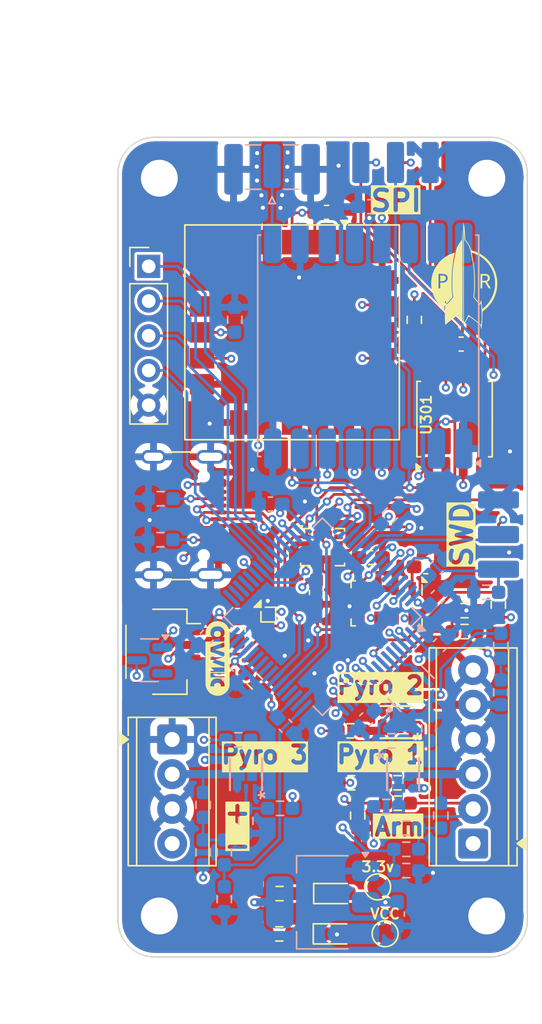
<source format=kicad_pcb>
(kicad_pcb (version 20241229) (generator "pcbnew") (generator_version "9.0")
  (layers (0 "F.Cu" signal) (4 "In1.Cu" signal) (6 "In2.Cu" signal) (8 "In3.Cu" signal) (10 "In4.Cu" signal) (2 "B.Cu" signal) (13 "F.Paste" user) (15 "B.Paste" user) (5 "F.SilkS" user "F.Silkscreen") (7 "B.SilkS" user "B.Silkscreen") (1 "F.Mask" user) (3 "B.Mask" user) (25 "Edge.Cuts" user))
  (net 0 "")
  (net 1 "GND")
  (net 2 "+3.3V")
  (net 3 "/MCU/OSC_IN")
  (net 4 "/MCU/MCU_VCAP1")
  (net 5 "Net-(D201-K)")
  (net 6 "VCC")
  (net 7 "Net-(D202-K)")
  (net 8 "/SWDIO")
  (net 9 "/BOOT0")
  (net 10 "/SWO")
  (net 11 "/NRST")
  (net 12 "/SWCLK")
  (net 13 "/Pyro3")
  (net 14 "/USB_DP_N")
  (net 15 "/USB_DP_P")
  (net 16 "Pyro_Power")
  (net 17 "/Pyro1")
  (net 18 "/Pyro2")
  (net 19 "/I2C_SDA")
  (net 20 "/I2C_SCL")
  (net 21 "/SPI_SCK")
  (net 22 "/SPI_MOSI")
  (net 23 "/SPI_CS1")
  (net 24 "/SPI_MISO")
  (net 25 "/Servo2")
  (net 26 "/Servo4")
  (net 27 "/Servo3")
  (net 28 "/Servo1")
  (net 29 "Net-(J601-In)")
  (net 30 "/Pyro1_Cont")
  (net 31 "/Pyro2_Cont")
  (net 32 "/Pyro3_Cont")
  (net 33 "/MCU/OSC_OUT")
  (net 34 "/{slash}GPS_RESET")
  (net 35 "/{slash}GPS_SAFEBOOT")
  (net 36 "Net-(U701B-G)")
  (net 37 "/Armed")
  (net 38 "Net-(U701A-G)")
  (net 39 "/Pyro1_Trigger")
  (net 40 "Net-(U702B-G)")
  (net 41 "/Pyro2_Trigger")
  (net 42 "Net-(U702A-G)")
  (net 43 "Net-(U703B-G)")
  (net 44 "Net-(U703A-G)")
  (net 45 "/Pyro3_Trigger")
  (net 46 "/MCU/FLASH_CS")
  (net 47 "/MCU/{slash}FLASH_WP")
  (net 48 "/MCU/{slash}FLASH_RESET")
  (net 49 "/MCU/PB0")
  (net 50 "/MCU/PC6")
  (net 51 "/MCU/PB12")
  (net 52 "/BARO_CS")
  (net 53 "/MCU/PB11")
  (net 54 "/MCU/PB13")
  (net 55 "/IMU_INT2")
  (net 58 "/MCU/PB14")
  (net 59 "/LORA_SEL")
  (net 60 "/LORA_DIO1")
  (net 61 "/MCU/PB2")
  (net 62 "/MCU/PC0")
  (net 63 "/MCU/PC15")
  (net 64 "/MCU/PC4")
  (net 65 "/MCU/PC5")
  (net 66 "/LORA_DIO4")
  (net 67 "/LORA_DIO3")
  (net 68 "/LORA_DIO2")
  (net 69 "/LORA_DIO5")
  (net 70 "/LORA_RESET")
  (net 71 "/LORA_DIO0")
  (net 72 "/IMU_INT1")
  (net 73 "/IMU_CS")
  (net 74 "/GPS_TX")
  (net 75 "/GPS_INT")
  (net 76 "/GPS_PPS")
  (net 77 "/GPS_RX")
  (net 78 "VBUS")
  (net 81 "Net-(J502-CC2)")
  (net 82 "Net-(J502-CC1)")
  (net 83 "/MCU/PA4")
  (net 84 "Net-(R703-Pad2)")
  (net 85 "Net-(R709-Pad2)")
  (net 86 "Net-(R714-Pad2)")
  (net 87 "/MCU/PB1")
  (footprint "Resistor_SMD:R_0603_1608Metric_Pad0.98x0.95mm_HandSolder" (layer "F.Cu") (at 125.55 86.7225 90)
    (property "Reference" "R301" (hide yes))
    (property "Value" "10k")
  )
  (footprint "LED_SMD:LED_0603_1608Metric_Pad1.05x0.95mm_HandSolder" (layer "F.Cu") (at 113.6425 110.81)
    (property "Reference" "D201" (hide yes))
    (property "Value" "LED")
  )
  (footprint "Capacitor_SMD:C_0603_1608Metric_Pad1.08x0.95mm_HandSolder" (layer "F.Cu") (at 112.22 85.82 -90)
    (property "Reference" "C402" (hide yes))
    (property "Value" ".1u")
  )
  (footprint "MountingHole:MountingHole_2.7mm_Pad_TopBottom" (layer "F.Cu") (at 124.7 109.5)
    (property "Reference" "H504" (hide yes))
    (property "Value" "M3" (hide yes))
  )
  (footprint "Capacitor_SMD:C_0603_1608Metric_Pad1.08x0.95mm_HandSolder" (layer "F.Cu") (at 122.82 67.64)
    (property "Reference" "C301" (hide yes))
    (property "Value" ".1u")
  )
  (footprint "Package_BGA:WLP-4_0.86x0.86mm_P0.4mm" (layer "F.Cu") (at 108.69 87.44)
    (property "Reference" "U401" (hide yes))
    (property "Value" "MMC5633NJL")
  )
  (footprint "imported:qwiic_5.5mm" (layer "F.Cu") (at 104.98 90.65 -90)
    (property "Reference" "G501" (hide yes))
    (property "Value" "qwiic_Logo" (hide yes))
  )
  (footprint "MountingHole:MountingHole_2.7mm_Pad_TopBottom" (layer "F.Cu") (at 100.7 55.5)
    (property "Reference" "H501" (hide yes))
    (property "Value" "M3" (hide yes))
  )
  (footprint "Resistor_SMD:R_0603_1608Metric_Pad0.98x0.95mm_HandSolder" (layer "F.Cu") (at 114.7075 95.95)
    (property "Reference" "R708" (hide yes))
    (property "Value" "10k")
  )
  (footprint "Resistor_SMD:R_0603_1608Metric_Pad0.98x0.95mm_HandSolder" (layer "F.Cu") (at 109.515 107.86)
    (property "Reference" "R202" (hide yes))
    (property "Value" "1k")
  )
  (footprint "Resistor_SMD:R_0603_1608Metric_Pad0.98x0.95mm_HandSolder" (layer "F.Cu") (at 123.07 87.15)
    (property "Reference" "R721" (hide yes))
    (property "Value" "3k")
  )
  (footprint "Resistor_SMD:R_0603_1608Metric_Pad0.98x0.95mm_HandSolder" (layer "F.Cu") (at 118.1775 101.24 180)
    (property "Reference" "R702" (hide yes))
    (property "Value" "10k")
  )
  (footprint "RF_GPS:ublox_SAM-M8Q" (layer "F.Cu") (at 110.43 66.78 -90)
    (property "Reference" "U404" (hide yes))
    (property "Value" "SAM-M8Q")
  )
  (footprint "TerminalBlock_Phoenix:TerminalBlock_Phoenix_MPT-0,5-4-2.54_1x04_P2.54mm_Horizontal" (layer "F.Cu") (at 101.64 96.58 -90)
    (property "Reference" "J504" (hide yes))
    (property "Value" "Screw_Terminal_01x04")
  )
  (footprint "Resistor_SMD:R_0603_1608Metric_Pad0.98x0.95mm_HandSolder" (layer "F.Cu") (at 114.7775 99.75)
    (property "Reference" "R710" (hide yes))
    (property "Value" "500")
  )
  (footprint "imported:TRANS_UT6J3_ROM" (layer "F.Cu") (at 118.0799 95.31 180)
    (property "Reference" "U702" (hide yes))
    (property "Value" "~")
  )
  (footprint "Breakout Boards:Logo" (layer "F.Cu") (at 122.96 62.48)
    (property "Reference" "G***" (hide yes))
    (property "Value" "LOGO" (hide yes))
  )
  (footprint "Connector_JST:JST_SH_SM04B-SRSS-TB_1x04-1MP_P1.00mm_Horizontal" (layer "F.Cu") (at 100.94 90.16 -90)
    (property "Reference" "J505" (hide yes))
    (property "Value" "Conn_01x04")
  )
  (footprint "Connector_PinHeader_2.54mm:PinHeader_1x05_P2.54mm_Vertical" (layer "F.Cu") (at 99.92 61.95)
    (property "Reference" "J507" (hide yes))
    (property "Value" "Conn_01x05")
  )
  (footprint "Connector_USB:USB_C_Receptacle_GCT_USB4105-xx-A_16P_TopMnt_Horizontal" (layer "F.Cu") (at 101.35 80.21 -90)
    (property "Reference" "J502" (hide yes))
    (property "Value" "USB_C_Receptacle_USB2.0_16P")
  )
  (footprint "TerminalBlock_Phoenix:TerminalBlock_Phoenix_MPT-0,5-6-2.54_1x06_P2.54mm_Horizontal" (layer "F.Cu") (at 123.7 104.2 90)
    (property "Reference" "J503" (hide yes))
    (property "Value" "Screw_Terminal_01x06")
  )
  (footprint "Capacitor_SMD:C_0603_1608Metric_Pad1.08x0.95mm_HandSolder" (layer "F.Cu") (at 120.23 83.94)
    (property "Reference" "C404" (hide yes))
    (property "Value" ".1u")
  )
  (footprint "Package_SO:SOIC-8_5.3x5.3mm_P1.27mm" (layer "F.Cu") (at 122.34 73.13 90)
    (property "Reference" "U301")
    (property "Value" "W25Q128JVS")
  )
  (footprint "Package_LGA:LGA-14_3x2.5mm_P0.5mm_LayoutBorder3x4y" (layer "F.Cu") (at 112.67 82.5)
    (property "Reference" "U402" (hide yes))
    (property "Value" "LSM6DSV320")
  )
  (footprint "Capacitor_SMD:C_0603_1608Metric_Pad1.08x0.95mm_HandSolder" (layer "F.Cu") (at 116.19 83.27)
    (property "Reference" "C401" (hide yes))
    (property "Value" ".1u")
  )
  (footprint "MountingHole:MountingHole_2.7mm_Pad_TopBottom" (layer "F.Cu") (at 100.7 109.5)
    (property "Reference" "H503" (hide yes))
    (property "Value" "M3" (hide yes))
  )
  (footprint "Resistor_SMD:R_0603_1608Metric_Pad0.98x0.95mm_HandSolder" (layer "F.Cu") (at 107.7 92.34 135)
    (property "Reference" "R304" (hide yes))
    (property "Value" "5.1k")
  )
  (footprint "Resistor_SMD:R_0603_1608Metric_Pad0.98x0.95mm_HandSolder" (layer "F.Cu") (at 118.1675 99.75)
    (property "Reference" "R712" (hide yes))
    (property "Value" "10k")
  )
  (footprint "imported:EdgePinHeader_02x03" (layer "F.Cu") (at 115.47 54.35)
    (property "Reference" "J506" (hide yes))
    (property "Value" "Conn_02x03_Counter_Clockwise")
  )
  (footprint "MountingHole:MountingHole_2.7mm_Pad_TopBottom" (layer "F.Cu") (at 124.7 55.5)
    (property "Reference" "H502" (hide yes))
    (property "Value" "M3" (hide yes))
  )
  (footprint "Resistor_SMD:R_0603_1608Metric_Pad0.98x0.95mm_HandSolder" (layer "F.Cu") (at 115.24 102.1525 -90)
    (property "Reference" "R705" (hide yes))
    (property "Value" "1k")
  )
  (footprint "TestPoint:TestPoint_Pad_D1.5mm" (layer "F.Cu") (at 117.25 110.8)
    (property "Reference" "TP201" (hide yes))
    (property "Value" "VCC")
  )
  (footprint "Resistor_SMD:R_0603_1608Metric_Pad0.98x0.95mm_HandSolder" (layer "F.Cu") (at 109.4975 110.81)
    (property "Reference" "R201" (hide yes))
    (property "Value" "1k")
  )
  (footprint "Package_LGA:LGA-8_3x5mm_P1.25mm" (layer "F.Cu") (at 117.355 86.615001 -90)
    (property "Reference" "U403" (hide yes))
    (property "Value" "MS5607-02BA")
  )
  (footprint "Capacitor_SMD:C_0603_1608Metric_Pad1.08x0.95mm_HandSolder" (layer "F.Cu") (at 112.9575 58)
    (property "Reference" "C405" (hide yes))
    (property "Value" ".1u")
  )
  (footprint "TestPoint:TestPoint_Pad_D1.5mm" (layer "F.Cu") (at 116.7 107.37)
    (property "Reference" "TP202" (hide yes))
    (property "Value" "3.3v")
  )
  (footprint "LED_SMD:LED_0603_1608Metric_Pad1.05x0.95mm_HandSolder" (layer "F.Cu") (at 113.675 107.86)
    (property "Reference" "D202" (hide yes))
    (property "Value" "LED")
  )
  (footprint "Resistor_SMD:R_0603_1608Metric_Pad0.98x0.95mm_HandSolder" (layer "F.Cu") (at 119.39 65.8675 -90)
    (property "Reference" "R402" (hide yes))
    (property "Value" "10k")
  )
  (footprint "Resistor_SMD:R_0603_1608Metric_Pad0.98x0.95mm_HandSolder" (layer "F.Cu") (at 123.07 88.68 180)
    (property "Reference" "R720" (hide yes))
    (property "Value" "5.1k")
  )
  (footprint "Capacitor_SMD:C_0603_1608Metric_Pad1.08x0.95mm_HandSolder" (layer "F.Cu") (at 106.48 88.542501 -90)
    (property "Reference" "C403" (hide yes))
    (property "Value" ".1u")
  )
  (footprint "Capacitor_SMD:C_0603_1608Metric_Pad1.08x0.95mm_HandSolder" (layer "B.Cu") (at 121.02988 84.00012 45)
    (property "Reference" "C302" (hide yes))
    (property "Value" "4.7u")
  )
  (footprint "Capacitor_SMD:C_0603_1608Metric_Pad1.08x0.95mm_HandSolder" (layer "B.Cu") (at 121.26 89.67 45)
    (property "Reference" "C303" (hide yes))
    (property "Value" ".1u")
  )
  (footprint "imported:EdgePinHeader_02x03" (layer "B.Cu") (at 125.56 84.12 90)
    (property "Reference" "J501" (hide yes))
    (property "Value" "Conn_02x03_Counter_Clockwise")
  )
  (footprint "Resistor_SMD:R_0603_1608Metric_Pad0.98x0.95mm_HandSolder" (layer "B.Cu") (at 125.73 89.7325 -90)
    (property "Reference" "R709" (hide yes))
    (property "Value" "10k")
  )
  (footprint "Resistor_SMD:R_0603_1608Metric_Pad0.98x0.95mm_HandSolder" (layer "B.Cu") (at 106.23 65.86 90)
    (property "Reference" "R401" (hide yes))
    (property "Value" "10k")
  )
  (footprint "imported:TRANS_UT6J3_ROM" (layer "B.Cu") (at 118.566001 99.12 -90)
    (property "Reference" "U701" (hide yes))
    (property "Value" "~")
  )
  (footprint "Capacitor_SMD:C_0603_1608Metric_Pad1.08x0.95mm_HandSolder" (layer "B.Cu") (at 121.1 86.14 45)
    (property "Reference" "C308" (hide yes))
    (property "Value" "1u")
  )
  (footprint "Capacitor_SMD:C_0603_1608Metric_Pad1.08x0.95mm_HandSolder" (layer "B.Cu") (at 115.86012 95.09988 -135)
    (property "Reference" "C304" (hide yes))
    (property "Value" ".1u")
  )
  (footprint "Resistor_SMD:R_0603_1608Metric_Pad0.98x0.95mm_HandSolder" (layer "B.Cu") (at 105.46 108.27 -90)
    (property "Reference" "R723" (hide yes))
    (property "Value" "3k")
  )
  (footprint "Resistor_SMD:R_0603_1608Metric_Pad0.98x0.95mm_HandSolder" (layer "B.Cu") (at 100.7775 81.96 180)
    (property "Reference" "R501" (hide yes))
    (property "Value" "5.1k")
  )
  (footprint "Resistor_SMD:R_0603_1608Metric_Pad0.98x0.95mm_HandSolder" (layer "B.Cu") (at 105.46 104.8425 -90)
    (property "Reference" "R722" (hide yes))
    (property "Value" "5.1k")
  )
  (footprint "Resistor_SMD:R_0603_1608Metric_Pad0.98x0.95mm_HandSolder" (layer "B.Cu") (at 117.71 96.68)
    (property "Reference" "R704" (hide yes))
    (property "Value" "500")
  )
  (footprint "Resistor_SMD:R_0603_1608Metric_Pad0.98x0.95mm_HandSolder" (layer "B.Cu") (at 118.7975 103.06)
    (property "Reference" "R703" (hide yes))
    (property "Value" "10k")
  )
  (footprint "Capacitor_SMD:C_0603_1608Metric_Pad1.08x0.95mm_HandSolder" (layer "B.Cu") (at 118.15 109.36 -90)
    (property "Reference" "C201" (hide yes))
    (property "Value" ".1u")
  )
  (footprint "Resistor_SMD:R_0603_1608Metric_Pad0.98x0.95mm_HandSolder" (layer "B.Cu") (at 103.91 101.37 90)
    (property "Reference" "R716" (hide yes))
    (property "Value" "3k")
  )
  (footprint "Resistor_SMD:R_0603_1608Metric_Pad0.98x0.95mm_HandSolder" (layer "B.Cu") (at 100.8 78.96 180)
    (property "Reference" "R502" (hide yes))
    (property "Value" "5.1k")
  )
  (footprint "Resistor_SMD:R_0603_1608Metric_Pad0.98x0.95mm_HandSolder" (layer "B.Cu") (at 120.45 95.7675 90)
    (property "Reference" "R707" (hide yes))
    (property "Value" "10k")
  )
  (footprint "Resistor_SMD:R_0603_1608Metric_Pad0.98x0.95mm_HandSolder" (layer "B.Cu") (at 107.04 102.54 -90)
    (property "Reference" "R717" (hide yes))
    (property "Value" "10k")
  )
  (footprint "Resistor_SMD:R_0603_1608Metric_Pad0.98x0.95mm_HandSolder" (layer "B.Cu") (at 125.73 93.1275 -90)
    (property "Reference" "R711" (hide yes))
    (property "Value" "3k")
  )
  (footprint "imported:OSC_CSTNE8M00G52Z000R0" (layer "B.Cu") (at 119.151472 92.848528 45)
    (property "Reference" "Y301" (hide yes))
    (property "Value" "Resonator")
  )
  (footprint "Capacitor_SMD:C_0603_1608Metric_Pad1.08x0.95mm_HandSolder" (layer "B.Cu") (at 116.125 57.58 180)
    (property "Reference" "C601" (hide yes))
    (property "Value" ".1u")
  )
  (footprint "Resistor_SMD:R_0603_1608Metric_Pad0.98x0.95mm_HandSolder" (layer "B.Cu") (at 117.33 101.49)
    (property "Reference" "R701" (hide yes))
    (property "Value" "10k")
  )
  (footprint "Capacitor_SMD:C_0603_1608Metric_Pad1.08x0.95mm_HandSolder" (layer "B.Cu") (at 105.65988 91.82988 -45)
    (property "Reference" "C309" (hide yes))
    (property "Value" "4.7u")
  )
  (footprint "Resistor_SMD:R_0603_1608Metric_Pad0.98x0.95mm_HandSolder" (layer "B.Cu") (at 118.8 106.18)
    (property "Reference" "R719" (hide yes))
    (property "Value" "3k")
  )
  (footprint "Resistor_SMD:R_0603_1608Metric_Pad0.98x0.95mm_HandSolder" (layer "B.Cu") (at 109.5525 101.62 180)
    (property "Reference" "R715" (hide yes))
    (property "Value" "500")
  )
  (footprint "Package_TO_SOT_SMD:SOT-23" (layer "B.Cu") (at 99.9825 90.78 180)
    (property "Reference" "D501" (hide yes))
    (property "Value" "D")
  )
  (footprint "RF_Module:HOPERF_RFM9XW_SMD" (layer "B.Cu") (at 116.01 67.765 90)
    (property "Reference" "U601" (hide yes))
    (property "Value" "RFM95W-915S2")
  )
  (footprint "Resistor_SMD:R_0603_1608Metric_Pad0.98x0.95mm_HandSolder" (layer "B.Cu") (at 124.6575 85.81 180)
    (property "Reference" "R302" (hide yes))
    (property "Value" "10k")
  )
  (footprint "Resistor_SMD:R_0603_1608Metric_Pad0.98x0.95mm_HandSolder" (layer "B.Cu") (at 106.49 96.61)
    (property "Reference" "R713" (hide yes))
    (property "Value" "10k")
  )
  (footprint "Resistor_SMD:R_0603_1608Metric_Pad0.98x0.95mm_HandSolder" (layer "B.Cu") (at 121.33 102.15 90)
    (property "Reference" "R706" (hide yes))
    (property "Value" "3k")
  )
  (footprint "Resistor_SMD:R_0603_1608Metric_Pad0.98x0.95mm_HandSolder" (layer "B.Cu") (at 103.91 104.8425 90)
    (property "Reference" "R714" (hide yes))
    (property "Value" "10k")
  )
  (footprint "Resistor_SMD:R_0603_1608Metric_Pad0.98x0.95mm_HandSolder" (layer "B.Cu") (at 117.6 80.18 -135)
    (property "Reference" "R303" (hide yes))
    (property "Value" "5.1k")
  )
  (footprint "Capacitor_SMD:C_0603_1608Metric_Pad1.08x0.95mm_HandSolder" (layer "B.Cu") (at 104.18 89.06 -135)
    (property "Reference" "C306" (hide yes))
    (property "Value" ".1u")
  )
  (footprint "Capacitor_SMD:C_0603_1608Metric_Pad1.08x0.95mm_HandSolder" (layer "B.Cu") (at 109.95012 95.58012 -45)
    (property "Reference" "C305" (hide yes))
    (property "Value" ".1u")
  )
  (footprint "Package_QFP:LQFP-64_10x10mm_P0.5mm" (layer "B.Cu") (at 112.651052 87.593286 135)
    (property "Reference" "U302" (hide yes))
    (property "Value" "STM32F446RETx")
  )
  (footprint "imported:TRANS_UT6J3_ROM" (layer "B.Cu") (at 107.053999 99.12 90)
    (property "Reference" "U703" (hide yes))
    (property "Value" "~")
  )
  (footprint "Connector_Coaxial:SMA_Samtec_SMA-J-P-H-ST-EM1_EdgeMount" (layer "B.Cu") (at 108.965 54.6 90)
    (property "Reference" "J601" (hide yes))
    (property "Value" "Conn_Coaxial")
  )
  (footprint "Resistor_SMD:R_0603_1608Metric_Pad0.98x0.95mm_HandSolder" (layer "B.Cu") (at 118.8 104.62 180)
    (property "Reference" "R718" (hide yes))
    (property "Value" "5.1k")
  )
  (footprint "Package_TO_SOT_SMD:SOT-223-3_TabPin2" (layer "B.Cu") (at 112.67 108.5 180)
    (property "Reference" "U201" (hide yes))
    (property "Value" "LM1117MP-3.3")
  )
  (footprint "Capacitor_SMD:C_0603_1608Metric_Pad1.08x0.95mm_HandSolder" (layer "B.Cu") (at 108.842501 79.35 180)
    (property "Reference" "C307" (hide yes))
    (property "Value" ".1u")
  )
  (gr_arc (start 97.67 55.200001) (mid 98.460812 53.290812) (end 100.370001 52.5) (stroke (width 0.1)) (layer "Edge.Cuts"))
  (gr_line (start 124.97 112.5) (end 100.370001 112.5) (stroke (width 0.1)) (layer "Edge.Cuts"))
  (gr_arc (start 124.97 52.5) (mid 126.879188 53.290812) (end 127.67 55.2) (stroke (width 0.1)) (layer "Edge.Cuts"))
  (gr_arc (start 127.67 109.8) (mid 126.879188 111.709188) (end 124.97 112.5) (stroke (width 0.1)) (layer "Edge.Cuts"))
  (gr_line (start 124.97 52.5) (end 100.370001 52.5) (stroke (width 0.1)) (layer "Edge.Cuts"))
  (gr_line (start 97.67 55.200001) (end 97.67 109.799999) (stroke (width 0.1)) (layer "Edge.Cuts"))
  (gr_line (start 127.67 55.2) (end 127.67 109.8) (stroke (width 0.1)) (layer "Edge.Cuts"))
  (gr_arc (start 100.370001 112.5) (mid 98.460812 111.709188) (end 97.67 109.799999) (stroke (width 0.1)) (layer "Edge.Cuts"))
  (gr_text "Pyro 3" (at 105.09 98.44 0) (layer "F.SilkS" knockout) (effects (font (size 1.25 1.25) (thickness 0.3) (bold yes)) (justify left bottom)))
  (gr_text "SWD" (at 123.76 84.1 90) (layer "F.SilkS" knockout) (effects (font (size 1.5 1.5) (thickness 0.3) (bold yes)) (justify left bottom)))
  (gr_text "+\n-" (at 105.3 105.2 0) (layer "F.SilkS" knockout) (effects (font (size 1.5 1.5) (thickness 0.3) (bold yes)) (justify left bottom)))
  (gr_text "Pyro 1" (at 113.56 98.43 0) (layer "F.SilkS" knockout) (effects (font (size 1.25 1.25) (thickness 0.3) (bold yes)) (justify left bottom)))
  (gr_text "Arm" (at 116.34 103.72 0) (layer "F.SilkS" knockout) (effects (font (size 1.25 1.25) (thickness 0.3) (bold yes)) (justify left bottom)))
  (gr_text "Pyro 2\n" (at 113.56 93.36 0) (layer "F.SilkS" knockout) (effects (font (size 1.25 1.25) (thickness 0.3) (bold yes)) (justify left bottom)))
  (gr_text "SPI" (at 116.04 58.03 0) (layer "F.SilkS" knockout) (effects (font (size 1.5 1.5) (thickness 0.3) (bold yes)) (justify left bottom)))
  (segment (start 104.455 75.89) (end 104.455 76.435) (width 0.2) (layer "F.Cu") (net 1))
  (segment (start 111.572501 86.682501) (end 110.97 86.08) (width 0.2) (layer "F.Cu") (net 1))
  (segment (start 111.044 82.25) (end 110.49 82.804) (width 0.2) (layer "F.Cu") (net 1))
  (segment (start 104.455 76.435) (end 105.03 77.01) (width 0.2) (layer "F.Cu") (net 1))
  (segment (start 111.5075 82.25) (end 111.044 82.25) (width 0.2) (layer "F.Cu") (net 1))
  (segment (start 112.792899 84.328) (end 113.03 84.328) (width 0.2) (layer "F.Cu") (net 1))
  (segment (start 123.9825 87.15) (end 123.23 87.15) (width 0.2) (layer "F.Cu") (net 1))
  (segment (start 113.021551 84.319551) (end 112.78445 84.319551) (width 0.2) (layer "F.Cu") (net 1))
  (segment (start 123.23 87.15) (end 123.21 87.13) (width 0.2) (layer "F.Cu") (net 1))
  (segment (start 112.67 84.205101) (end 112.792899 84.328) (width 0.2) (layer "F.Cu") (net 1))
  (segment (start 113.03 84.328) (end 113.021551 84.319551) (width 0.2) (layer "F.Cu") (net 1))
  (segment (start 112.22 86.682501) (end 111.572501 86.682501) (width 0.2) (layer "F.Cu") (net 1))
  (segment (start 112.67 83.4125) (end 112.67 84.205101) (width 0.2) (layer "F.Cu") (net 1))
  (via (at 107.52 76.83) (size 0.6) (drill 0.3) (layers "F.Cu" "B.Cu") (net 1))
  (via (at 120.76 106.34) (size 0.6) (drill 0.3) (layers "F.Cu" "B.Cu") (net 1))
  (via (at 119.91 81.1) (size 0.6) (drill 0.3) (layers "F.Cu" "B.Cu") (net 1))
  (via (at 110.05 55.66) (size 0.6) (drill 0.3) (layers "F.Cu" "B.Cu") (net 1))
  (via (at 109.89 90.45) (size 0.6) (drill 0.3) (layers "F.Cu" "B.Cu") (net 1))
  (via (at 126.34 82.89) (size 0.6) (drill 0.3) (layers "F.Cu" "B.Cu") (net 1))
  (via (at 109.58 57.67) (size 0.6) (drill 0.3) (layers "F.Cu" "B.Cu") (net 1))
  (via (at 108.18 56.75) (size 0.6) (drill 0.3) (layers "F.Cu" "B.Cu") (net 1))
  (via (at 107.87 53.66) (size 0.6) (drill 0.3) (layers "F.Cu" "B.Cu") (net 1))
  (via (at 126.4 75.5) (size 0.6) (drill 0.3) (layers "F.Cu" "B.Cu") (net 1))
  (via (at 107.86 55.67) (size 0.6) (drill 0.3) (layers "F.Cu" "B.Cu") (net 1))
  (via (at 116.1 58.41) (size 0.6) (drill 0.3) (layers "F.Cu" "B.Cu") (net 1))
  (via (at 114.64 86.83) (size 0.6) (drill 0.3) (layers "F.Cu" "B.Cu") (net 1))
  (via (at 113.84 54.58) (size 0.6) (drill 0.3) (layers "F.Cu" "B.Cu") (net 1))
  (via (at 112.07 91.74) (size 0.6) (drill 0.3) (layers "F.Cu" "B.Cu") (net 1))
  (via (at 107.84 54.65) (size 0.6) (drill 0.3) (layers "F.Cu" "B.Cu") (net 1))
  (via (at 110.11 53.61) (size 0.6) (drill 0.3) (layers "F.Cu" "B.Cu") (net 1))
  (via (at 108.29 57.66) (size 0.6) (drill 0.3) (layers "F.Cu" "B.Cu") (net 1))
  (via (at 110.08 54.67) (size 0.6) (drill 0.3) (layers "F.Cu" "B.Cu") (net 1))
  (via (at 123.21 87.13) (size 0.6) (drill 0.3) (layers "F.Cu" "B.Cu") (net 1))
  (via (at 111.37 79.16) (size 0.6) (drill 0.3) (layers "F.Cu" "B.Cu") (net 1))
  (via (at 104.39 73.46) (size 0.6) (drill 0.3) (layers "F.Cu" "B.Cu") (net 1))
  (via (at 108.65 86.43) (size 0.6) (drill 0.3) (layers "F.Cu" "B.Cu") (net 1))
  (via (at 109.7 56.74) (size 0.6) (drill 0.3) (layers "F.Cu" "B.Cu") (net 1))
  (via (at 111.62 89.33) (size 0.6) (drill 0.3) (layers "F.Cu" "B.Cu") (net 1))
  (via (at 114.51 90.78) (size 0.6) (drill 0.3) (layers "F.Cu" "B.Cu") (net 1))
  (via (at 110.95 62.77) (size 0.6) (drill 0.3) (layers "F.Cu" "B.Cu") (net 1))
  (via (at 99.99 80.52) (size 0.6) (drill 0.3) (layers "F.Cu" "B.Cu") (net 1))
  (segment (start 118.672 87.192) (end 119.212 87.192) (width 0.2) (layer "B.Cu") (net 1))
  (segment (start 110.936318 81.282358) (end 111.435242 81.781282) (width 0.2) (layer "B.Cu") (net 1))
  (segment (start 118.39 86.450532) (end 118.39 86.91) (width 0.2) (layer "B.Cu") (net 1))
  (segment (start 120.45 94.147056) (end 120.45 94.855) (width 0.2) (layer "B.Cu") (net 1))
  (segment (start 118.96198 85.878552) (end 118.39 86.450532) (width 0.2) (layer "B.Cu") (net 1))
  (segment (start 112.338718 81.781282) (end 112.4 81.72) (width 0.2) (layer "B.Cu") (net 1))
  (segment (start 114.51 91.927108) (end 114.51 90.78) (width 0.2) (layer "B.Cu") (net 1))
  (segment (start 111.435242 81.781282) (end 112.338718 81.781282) (width 0.2) (layer "B.Cu") (net 1))
  (segment (start 115.426446 92.843554) (end 114.51 91.927108) (width 0.2) (layer "B.Cu") (net 1))
  (segment (start 118.39 86.91) (end 118.672 87.192) (width 0.2) (layer "B.Cu") (net 1))
  (segment (start 119.212 87.192) (end 119.36 87.34) (width 0.2) (layer "B.Cu") (net 1))
  (segment (start 119.151472 92.848528) (end 120.45 94.147056) (width 0.2) (layer "B.Cu") (net 1))
  (segment (start 110.43 60.18) (end 110.43 58.14) (width 0.2) (layer "F.Cu") (net 2))
  (segment (start 113.8325 83.25) (end 115.3075 83.25) (width 0.2) (layer "F.Cu") (net 2))
  (segment (start 102.37 89.66) (end 101.36 90.67) (width 0.2) (layer "F.Cu") (net 2))
  (segment (start 112.17 84.907499) (end 112.22 84.957499) (width 0.2) (layer "F.Cu") (net 2))
  (segment (start 120.435 68.68) (end 117.03 68.68) (width 0.2) (layer "F.Cu") (net 2))
  (segment (start 119.641714 86.558286) (end 119.23 86.146572) (width 0.2) (layer "F.Cu") (net 2))
  (segment (start 115.3075 83.25) (end 115.3275 83.27) (width 0.2) (layer "F.Cu") (net 2))
  (segment (start 111.662501 84.957499) (end 111.18 85.44) (width 0.2) (layer "F.Cu") (net 2))
  (segment (start 120.435 69.5425) (end 120.435 68.365) (width 0.2) (layer "F.Cu") (net 2))
  (segment (start 102.94 89.66) (end 102.37 89.66) (width 0.2) (layer "F.Cu") (net 2))
  (segment (start 106.48 87.68) (end 105.52 87.68) (width 0.2) (layer "F.Cu") (net 2))
  (segment (start 115.6 68.68) (end 115.59 68.67) (width 0.2) (layer "F.Cu") (net 2))
  (segment (start 106.47 87.787499) (end 106.617499 87.64) (width 0.2) (layer "F.Cu") (net 2))
  (segment (start 114.55 107.86) (end 116.63 107.86) (width 0.2) (layer "F.Cu") (net 2))
  (segment (start 106.617499 87.64) (end 108.49 87.64) (width 0.2) (layer "F.Cu") (net 2))
  (segment (start 115.3275 83.27) (end 115.3275 83.8225) (width 0.2) (layer "F.Cu") (net 2))
  (segment (start 112.095 58) (end 111.2 58) (width 0.2) (layer "F.Cu") (net 2))
  (segment (start 119.23 86.146572) (end 119.23 85.540001) (width 0.2) (layer "F.Cu") (net 2))
  (segment (start 108.915 93.555) (end 108.345235 92.985235) (width 0.2) (layer "F.Cu") (net 2))
  (segment (start 119.23 84.077499) (end 119.23 85.540001) (width 0.2) (layer "F.Cu") (net 2))
  (segment (start 111.2 58) (end 111.17 58.03) (width 0.2) (layer "F.Cu") (net 2))
  (segment (start 116.63 107.86) (end 117.27 108.5) (width 0.2) (layer "F.Cu") (net 2))
  (segment (start 121.16 67.64) (end 121.9575 67.64) (width 0.2) (layer "F.Cu") (net 2))
  (segment (start 119.39 64.955) (end 119.39 64.01) (width 0.2) (layer "F.Cu") (net 2))
  (segment (start 119.367499 83.94) (end 119.23 84.077499) (width 0.2) (layer "F.Cu") (net 2))
  (segment (start 110.43 58.14) (end 110.54 58.03) (width 0.2) (layer "F.Cu") (net 2))
  (segment (start 112.22 84.957499) (end 111.662501 84.957499) (width 0.2) (layer "F.Cu") (net 2))
  (segment (start 126.47 87.64) (end 126.465 87.635) (width 0.2) (layer "F.Cu") (net 2))
  (segment (start 120.435 68.365) (end 121.16 67.64) (width 0.2) (layer "F.Cu") (net 2))
  (segment (start 112.095 59.945) (end 112.33 60.18) (width 0.2) (layer "F.Cu") (net 2))
  (segment (start 112.17 83.4125) (end 112.17 84.907499) (width 0.2) (layer "F.Cu") (net 2))
  (segment (start 115.3275 83.8225) (end 114.497354 84.652646) (width 0.2) (layer "F.Cu") (net 2))
  (segment (start 110.54 58.03) (end 111.17 58.03) (width 0.2) (layer "F.Cu") (net 2))
  (segment (start 108.915 94.035) (end 108.915 93.555) (width 0.2) (layer "F.Cu") (net 2))
  (segment (start 126.465 87.635) (end 125.55 87.635) (width 0.2) (layer "F.Cu") (net 2))
  (segment (start 117.03 68.68) (end 115.6 68.68) (width 0.2) (layer "F.Cu") (net 2))
  (segment (start 119.39 64.01) (end 119.4 64) (width 0.2) (layer "F.Cu") (net 2))
  (segment (start 112.095 58) (end 112.095 59.945) (width 0.2) (layer "F.Cu") (net 2))
  (segment (start 120.435 69.5425) (end 120.435 68.68) (width 0.2) (layer "F.Cu") (net 2))
  (segment (start 105.52 87.68) (end 105.1 87.26) (width 0.2) (layer "F.Cu") (net 2))
  (via (at 108.915 94.035) (size 0.6) (drill 0.3) (layers "F.Cu" "B.Cu") (net 2))
  (via (at 119.641714 86.558286) (size 0.6) (drill 0.3) (layers "F.Cu" "B.Cu") (net 2))
  (via (at 116.59 54.35) (size 0.6) (drill 0.3) (layers "F.Cu" "B.Cu") (net 2))
  (via (at 117.27 108.5) (size 0.6) (drill 0.3) (layers "F.Cu" "B.Cu") (net 2))
  (via (at 101.36 90.67) (size 0.6) (drill 0.3) (layers "F.Cu" "B.Cu") (net 2))
  (via (at 113.93 91.33) (size 0.6) (drill 0.3) (layers "F.Cu" "B.Cu") (net 2))
  (via (at 109.551789 80.016472) (size 0.6) (drill 0.3) (layers "F.Cu" "B.Cu") (net 2))
  (via (at 119.712646 90.702646) (size 0.6) (drill 0.3) (layers "F.Cu" "B.Cu") (net 2))
  (via (at 119.4 64) (size 0.6) (drill 0.3) (layers "F.Cu" "B.Cu") (net 2))
  (via (at 126.47 87.64) (size 0.6) (drill 0.3) (layers "F.Cu" "B.Cu") (net 2))
  (via (at 105.1 87.26) (size 0.6) (drill 0.3) (layers "F.Cu" "B.Cu") (net 2))
  (via (at 117.01 58.4) (size 0.6) (drill 0.3) (layers "F.Cu" "B.Cu") (net 2))
  (via (at 111.18 85.44) (size 0.6) (drill 0.3) (layers "F.Cu" "B.Cu") (net 2))
  (via (at 107.66 108.5) (size 0.6) (drill 0.3) (layers "F.Cu" "B.Cu") (net 2))
  (via (at 119.57 79.71) (size 0.6) (drill 0.3) (layers "F.Cu" "B.Cu") (net 2))
  (via (at 114.497354 84.652646) (size 0.6) (drill 0.3) (layers "F.Cu" "B.Cu") (net 2))
  (via (at 111.17 58.03) (size 0.6) (drill 0.3) (layers "F.Cu" "B.Cu") (net 2))
  (via (at 115.59 68.67) (size 0.6) (drill 0.3) (layers "F.Cu" "B.Cu") (net 2))
  (segment (start 117.01 60.24) (end 117.01 58.4) (width 0.2) (layer "B.Cu") (net 2))
  (segment (start 109.705002 79.35) (end 109.551789 79.503213) (width 0.2) (layer "B.Cu") (net 2))
  (segment (start 119.394765 79.534765) (end 119.57 79.71) (width 0.2) (layer "B.Cu") (net 2))
  (segment (start 113.93 91.33) (end 113.93 92.06) (width 0.2) (layer "B.Cu") (net 2))
  (segment (start 119.334481 88.971181) (end 120.64318 90.27988) (width 0.2) (layer "B.Cu") (net 2))
  (segment (start 104.78988 87.57012) (end 105.1 87.26) (width 0.2) (layer "B.Cu") (net 2))
  (segment (start 120.64318 90.27988) (end 120.65012 90.27988) (width 0.2) (layer "B.Cu") (net 2))
  (segment (start 119.315533 86.232105) (end 120.42 85.127638) (width 0.2) (layer "B.Cu") (net 2))
  (segment (start 118.245235 79.534765) (end 119.394765 79.534765) (width 0.2) (layer "B.Cu") (net 2))
  (segment (start 113.93 92.06) (end 114.337897 92.467897) (width 0.2) (layer "B.Cu") (net 2))
  (segment (start 105.752169 88.717831) (end 106.005519 88.971181) (width 0.2) (layer "B.Cu") (net 2))
  (segment (start 114.337897 92.467897) (end 114.343683 92.467897) (width 0.2) (layer "B.Cu") (net 2))
  (segment (start 109.705002 79.35) (end 109.7133 79.35) (width 0.2) (layer "B.Cu") (net 2))
  (segment (start 109.520001 108.5) (end 107.66 108.5) (width 0.6) (layer "B.Cu") (net 2))
  (segment (start 104.78988 88.45012) (end 105.484458 88.45012) (width 0.2) (layer "B.Cu") (net 2))
  (segment (start 108.915 94.035) (end 108.915 94.545) (width 0.2) (layer "B.Cu") (net 2))
  (segment (start 109.7133 79.35) (end 110.41665 80.05335) (width 0.2) (layer "B.Cu") (net 2))
  (segment (start 120.42 85.127638) (end 120.42 84.61) (width 0.2) (layer "B.Cu") (net 2))
  (segment (start 117.01 57.69) (end 116.9 57.58) (width 0.2) (layer "B.Cu") (net 2))
  (segment (start 119.641714 86.558286) (end 119.315533 86.232105) (width 0.2) (layer "B.Cu") (net 2))
  (segment (start 120.49012 86.74988) (end 119.833308 86.74988) (width 0.2) (layer "B.Cu") (net 2))
  (segment (start 109.268968 94.90012) (end 110.601713 93.567375) (width 0.2) (layer "B.Cu") (net 2))
  (segment (start 119.833308 86.74988) (end 119.641714 86.558286) (width 0.2) (layer "B.Cu") (net 2))
  (segment (start 120.135412 90.27988) (end 119.712646 90.702646) (width 0.2) (layer "B.Cu") (net 2))
  (segment (start 115.093821 93.213821) (end 116.44012 94.56012) (width 0.2) (layer "B.Cu") (net 2))
  (segment (start 108.915 94.545) (end 109.34024 94.97024) (width 0.2) (layer "B.Cu") (net 2))
  (segment (start 120.65012 90.27988) (end 120.135412 90.27988) (width 0.2) (layer "B.Cu") (net 2))
  (segment (start 115.819999 108.5) (end 117.27 108.5) (width 0.6) (layer "B.Cu") (net 2))
  (segment (start 105.484458 88.45012) (end 105.752169 88.717831) (width 0.2) (layer "B.Cu") (net 2))
  (segment (start 108.722 107.701999) (end 109.520001 108.5) (width 0.2) (layer "B.Cu") (net 2))
  (segment (start 110.41665 80.05335) (end 111.308819 80.945519) (width 0.2) (layer "B.Cu") (net 2))
  (segment (start 115.47 54.35) (end 116.59 54.35) (width 0.2) (layer "B.Cu") (net 2))
  (segment (start 115.091841 93.213821) (end 115.093821 93.213821) (width 0.2) (layer "B.Cu") (net 2))
  (segment (start 109.551789 79.503213) (end 109.551789 80.016472) (width 0.2) (layer "B.Cu") (net 2))
  (segment (start 114.343683 92.467897) (end 115.072893 93.197107) (width 0.2) (layer "B.Cu") (net 2))
  (segment (start 117.01 58.4) (end 117.01 57.69) (width 0.2) (layer "B.Cu") (net 2))
  (segment (start 104.78988 88.45012) (end 104.78988 87.57012) (width 0.2) (layer "B.Cu") (net 2))
  (segment (start 117.27 108.5) (end 118.147499 108.5) (width 0.6) (layer "B.Cu") (net 2))
  (segment (start 118.147499 108.5) (end 118.15 108.497499) (width 0.2) (layer "B.Cu") (net 2))
  (segment (start 118.64264 91.11) (end 117.90132 90.36868) (width 0.2) (layer "B.Cu") (net 3))
  (segment (start 120 92) (end 119.11 91.11) (width 0.2) (layer "B.Cu") (net 3))
  (segment (start 119.11 91.11) (end 118.64264 91.11) (width 0.2) (layer "B.Cu") (net 3))
  (segment (start 106.021295 90.332) (end 106.058912 90.332) (width 0.2) (layer "B.Cu") (net 4))
  (segment (start 105.11012 91.27012) (end 105.11012 91.243175) (width 0.2) (layer "B.Cu") (net 4))
  (segment (start 106.058912 90.332) (end 106.712625 89.678287) (width 0.2) (layer "B.Cu") (net 4))
  (segment (start 105.11012 91.243175) (end 106.021295 90.332) (width 0.2) (layer "B.Cu") (net 4))
  (segment (start 112.7675 110.81) (end 110.41 110.81) (width 0.2) (layer "F.Cu") (net 5))
  (segment (start 113.770438 110.8) (end 113.7195 110.850938) (width 0.2) (layer "F.Cu") (net 6))
  (segment (start 113.7195 110.850938) (end 114.476562 110.850938) (width 0.2) (layer "F.Cu") (net 6))
  (segment (start 117.25 110.8) (end 113.770438 110.8) (width 0.2) (layer "F.Cu") (net 6))
  (segment (start 114.476562 110.850938) (end 114.5175 110.81) (width 0.2) (layer "F.Cu") (net 6))
  (segment (start 123.7 104.2) (end 123.5 104) (width 0.2) (layer "F.Cu") (net 6))
  (segment (start 114.4975 110.79) (end 114.5175 110.81) (width 0.2) (layer "F.Cu") (net 6))
  (segment (start 113.795 95.95) (end 112.565 95.95) (width 0.2) (layer "F.Cu") (net 6))
  (via (at 112.565 95.95) (size 0.6) (drill 0.3) (layers "F.Cu" "B.Cu") (net 6))
  (via (at 103.97 96.61) (size 0.6) (drill 0.3) (layers "F.Cu" "B.Cu") (net 6))
  (via (at 113.7195 110.850938) (size 0.6) (drill 0.3) (layers "F.Cu" "B.Cu") (net 6))
  (via (at 99.04 91.92) (size 0.6) (drill 0.3) (layers "F.Cu" "B.Cu") (net 6))
  (via (at 116.42 104.2) (size 0.6) (drill 0.3) (layers "F.Cu" "B.Cu") (net 6))
  (segment (start 116.4175 104.1975) (end 116.42 104.2) (width 0.2) (layer "B.Cu") (net 6))
  (segment (start 113.770438 110.8) (end 115.82 110.8) (width 1.5) (layer "B.Cu") (net 6))
  (segment (start 113.65 110.8) (end 113.64 110.79) (width 0.2) (layer "B.Cu") (net 6))
  (segment (start 113.7195 110.850938) (end 113.770438 110.8) (width 0.2) (layer "B.Cu") (net 6))
  (segment (start 116.4175 101.49) (end 116.4175 104.1975) (width 0.2) (layer "B.Cu") (net 6))
  (segment (start 103.97 96.61) (end 105.5775 96.61) (width 0.2) (layer "B.Cu") (net 6))
  (segment (start 99.044999 90.78) (end 99.044999 91.915001) (width 0.2) (layer "B.Cu") (net 6))
  (segment (start 99.044999 91.915001) (end 99.04 91.92) (width 0.2) (layer "B.Cu") (net 6))
  (segment (start 112.8 107.86) (end 110.4275 107.86) (width 0.2) (layer "F.Cu") (net 7))
  (segment (start 125.56 80.84) (end 125.9 80.5) (width 0.2) (layer "F.Cu") (net 8))
  (segment (start 125.56 81.58) (end 125.56 80.84) (width 0.2) (layer "F.Cu") (net 8))
  (via (at 109.705958 80.754042) (size 0.6) (drill 0.3) (layers "F.Cu" "B.Cu") (net 8))
  (via (at 125.9 80.5) (size 0.6) (drill 0.3) (layers "F.Cu" "B.Cu") (net 8))
  (segment (start 110.582765 81.630849) (end 109.705958 80.754042) (width 0.2) (layer "B.Cu") (net 8))
  (segment (start 125.56 84.12) (end 125.56 85.8) (width 0.2) (layer "B.Cu") (net 9))
  (segment (start 125.439537 84.240463) (end 121.310463 84.240463) (width 0.2) (layer "B.Cu") (net 9))
  (segment (start 120.39 83.32) (end 119.399212 83.32) (width 0.2) (layer "B.Cu") (net 9))
  (segment (start 121.310463 84.240463) (end 120.39 83.32) (width 0.2) (layer "B.Cu") (net 9))
  (segment (start 119.399212 83.32) (end 117.90132 84.817892) (width 0.2) (layer "B.Cu") (net 9))
  (segment (start 125.56 85.8) (end 125.55 85.81) (width 0.2) (layer "B.Cu") (net 9))
  (segment (start 125.56 84.12) (end 125.439537 84.240463) (width 0.2) (layer "B.Cu") (net 9))
  (segment (start 116.179875 83.050125) (end 116.133553 83.050125) (width 0.2) (layer "B.Cu") (net 10))
  (segment (start 125.56 81.58) (end 125.17 81.97) (width 0.2) (layer "B.Cu") (net 10))
  (segment (start 117.26 81.97) (end 116.179875 83.050125) (width 0.2) (layer "B.Cu") (net 10))
  (segment (start 125.17 81.97) (end 117.26 81.97) (width 0.2) (layer "B.Cu") (net 10))
  (segment (start 118.79 89.29) (end 122.27 85.81) (width 0.2) (layer "F.Cu") (net 11))
  (segment (start 125.56 84.12) (end 125.56 85.8) (width 0.2) (layer "F.Cu") (net 11))
  (segment (start 125.55 84.13) (end 125.56 84.12) (width 0.2) (layer "F.Cu") (net 11))
  (segment (start 116.395 90.275) (end 117.38 89.29) (width 0.2) (layer "F.Cu") (net 11))
  (segment (start 125.56 85.8) (end 125.55 85.81) (width 0.2) (layer "F.Cu") (net 11))
  (segment (start 122.27 85.81) (end 125.55 85.81) (width 0.2) (layer "F.Cu") (net 11))
  (segment (start 117.38 89.29) (end 118.79 89.29) (width 0.2) (layer "F.Cu") (net 11))
  (via (at 116.395 90.275) (size 0.6) (drill 0.3) (layers "F.Cu" "B.Cu") (net 11))
  (segment (start 116.395 90.275) (end 117.194213 91.074213) (width 0.2) (layer "B.Cu") (net 11))
  (segment (start 117.194213 91.074213) (end 117.194213 91.075787) (width 0.2) (layer "B.Cu") (net 11))
  (segment (start 115.043722 79.040001) (end 125.56 79.040001) (width 0.2) (layer "F.Cu") (net 12))
  (segment (start 114.492638 79.591085) (end 115.043722 79.040001) (width 0.2) (layer "F.Cu") (net 12))
  (via (at 114.492638 79.591085) (size 0.6) (drill 0.3) (layers "F.Cu" "B.Cu") (net 12))
  (segment (start 114.492638 79.591085) (end 114.67 79.768447) (width 0.2) (layer "B.Cu") (net 12))
  (segment (start 114.67 79.768447) (end 114.67 80.271038) (width 0.2) (layer "B.Cu") (net 12))
  (segment (start 114.67 80.271038) (end 114.012233 80.928805) (width 0.2) (layer "B.Cu") (net 12))
  (segment (start 101.65 99.11) (end 101.64 99.12) (width 0.2) (layer "F.Cu") (net 13))
  (segment (start 106.404 99.326) (end 106.404 100.159899) (width 0.6) (layer "B.Cu") (net 13))
  (segment (start 106.61 99.12) (end 103.89 99.12) (width 0.6) (layer "B.Cu") (net 13))
  (segment (start 103.89 99.12) (end 101.64 99.12) (width 0.6) (layer "B.Cu") (net 13))
  (segment (start 103.91 100.4575) (end 103.91 99.14) (width 0.2) (layer "B.Cu") (net 13))
  (segment (start 103.91 99.14) (end 103.89 99.12) (width 0.2) (layer "B.Cu") (net 13))
  (segment (start 106.61 99.12) (end 106.404 99.326) (width 0.6) (layer "B.Cu") (net 13))
  (segment (start 104.176111 80.532907) (end 104.249018 80.46) (width 0.2) (layer "F.Cu") (net 14))
  (segment (start 104.152385 80.532907) (end 104.176111 80.532907) (width 0.2) (layer "F.Cu") (net 14))
  (segment (start 105.892501 80.46) (end 105.917501 80.435) (width 0.2) (layer "F.Cu") (net 14))
  (segment (start 103.910706 79.559294) (end 104.01 79.46) (width 0.2) (layer "F.Cu") (net 14))
  (segment (start 105.03 80.46) (end 105.892501 80.46) (width 0.2) (layer "F.Cu") (net 14))
  (segment (start 104.249018 80.46) (end 105.03 80.46) (width 0.2) (layer "F.Cu") (net 14))
  (segment (start 108.036801 80.435) (end 108.359479 80.757678) (width 0.2) (layer "F.Cu") (net 14))
  (segment (start 103.635414 79.559294) (end 103.910706 79.559294) (width 0.2) (layer "F.Cu") (net 14))
  (segment (start 105.917501 80.435) (end 108.036801 80.435) (width 0.2) (layer "F.Cu") (net 14))
  (segment (start 103.457906 79.736802) (end 103.635414 79.559294) (width 0.2) (layer "F.Cu") (net 14))
  (segment (start 108.359479 80.757678) (end 108.359479 81.040521) (width 0.2) (layer "F.Cu") (net 14))
  (segment (start 104.01 79.46) (end 105.03 79.46) (width 0.2) (layer "F.Cu") (net 14))
  (via (at 108.359479 81.040521) (size 0.6) (drill 0.3) (layers "F.Cu" "B.Cu") (net 14))
  (via (at 104.152385 80.532907) (size 0.6) (drill 0.3) (layers "F.Cu" "B.Cu") (net 14))
  (via (at 103.457906 79.736802) (size 0.6) (drill 0.3) (layers "F.Cu" "B.Cu") (net 14))
  (segment (start 109.232247 81.662017) (end 108.632828 81.062599) (width 0.2) (layer "B.Cu") (net 14))
  (segment (start 103.532793 79.811689) (end 103.457906 79.736802) (width 0.2) (layer "B.Cu") (net 14))
  (segment (start 104.152385 80.532907) (end 104.106478 80.487) (width 0.2) (layer "B.Cu") (net 14))
  (segment (start 108.381557 81.062599) (end 108.359479 81.040521) (width 0.2) (layer "B.Cu") (net 14))
  (segment (start 104.106478 80.31746) (end 103.600707 79.811689) (width 0.2) (layer "B.Cu") (net 14))
  (segment (start 104.106478 80.487) (end 104.106478 80.31746) (width 0.2) (layer "B.Cu") (net 14))
  (segment (start 103.600707 79.811689) (end 103.532793 79.811689) (width 0.2) (layer "B.Cu") (net 14))
  (segment (start 109.232247 81.697373) (end 109.232247 81.662017) (width 0.2) (layer "B.Cu") (net 14))
  (segment (start 109.894606 82.359732) (end 109.232247 81.697373) (width 0.2) (layer "B.Cu") (net 14))
  (segment (start 108.632828 81.062599) (end 108.381557 81.062599) (width 0.2) (layer "B.Cu") (net 14))
  (segment (start 108.677678 80.439479) (end 108.960521 80.439479) (width 0.2) (layer "F.Cu") (net 15))
  (segment (start 105.03 79.96) (end 105.892501 79.96) (width 0.2) (layer "F.Cu") (net 15))
  (segment (start 104.508453 80.96) (end 104.408453 81.06) (width 0.2) (layer "F.Cu") (net 15))
  (segment (start 103.578478 80.361522) (end 103.98 79.96) (width 0.2) (layer "F.Cu") (net 15))
  (segment (start 103.93 81.06) (end 103.578478 80.708478) (width 0.2) (layer "F.Cu") (net 15))
  (segment (start 108.223199 79.985) (end 108.677678 80.439479) (width 0.2) (layer "F.Cu") (net 15))
  (segment (start 104.408453 81.06) (end 103.93 81.06) (width 0.2) (layer "F.Cu") (net 15))
  (segment (start 105.03 80.96) (end 104.508453 80.96) (width 0.2) (layer "F.Cu") (net 15))
  (segment (start 105.917501 79.985) (end 108.223199 79.985) (width 0.2) (layer "F.Cu") (net 15))
  (segment (start 103.578478 80.708478) (end 103.578478 80.361522) (width 0.2) (layer "F.Cu") (net 15))
  (segment (start 105.892501 79.96) (end 105.917501 79.985) (width 0.2) (layer "F.Cu") (net 15))
  (segment (start 103.98 79.96) (end 105.03 79.96) (width 0.2) (layer "F.Cu") (net 15))
  (via (at 108.960521 80.439479) (size 0.6) (drill 0.3) (layers "F.Cu" "B.Cu") (net 15))
  (segment (start 109.5858 81.34382) (end 109.550444 81.34382) (width 0.2) (layer "B.Cu") (net 15))
  (segment (start 108.951026 80.448974) (end 108.960521 80.439479) (width 0.2) (layer "B.Cu") (net 15))
  (segment (start 108.951026 80.744401) (end 108.951026 80.448974) (width 0.2) (layer "B.Cu") (net 15))
  (segment (start 109.550444 81.34382) (end 108.951026 80.744401) (width 0.2) (layer "B.Cu") (net 15))
  (segment (start 110.248159 82.006179) (end 109.5858 81.34382) (width 0.2) (layer "B.Cu") (net 15))
  (segment (start 117.040001 94.249999) (end 117.977 93.313) (width 0.6) (layer "F.Cu") (net 16))
  (segment (start 117.977 93.313) (end 121.33 93.313) (width 0.6) (layer "F.Cu") (net 16))
  (segment (start 123.28 101.24) (end 119.09 101.24) (width 0.2) (layer "F.Cu") (net 16))
  (segment (start 123.7 101.66) (end 123.28 101.24) (width 0.2) (layer "F.Cu") (net 16))
  (segment (start 117.040001 94.660001) (end 117.040001 94.249999) (width 0.5) (layer "F.Cu") (net 16))
  (segment (start 123.7 101.66) (end 123.56 101.8) (width 0.2) (layer "F.Cu") (net 16))
  (via (at 104.040101 98.080101) (size 0.6) (drill 0.3) (layers "F.Cu" "B.Cu") (net 16))
  (via (at 121.33 93.313) (size 0.6) (drill 0.3) (layers "F.Cu" "B.Cu") (net 16))
  (via (at 103.91 106.69) (size 0.6) (drill 0.3) (layers "F.Cu" "B.Cu") (net 16))
  (via (at 120.12 100.15) (size 0.6) (drill 0.3) (layers "F.Cu" "B.Cu") (net 16))
  (segment (start 123.92 88.82) (end 121.33 91.41) (width 0.2) (layer "B.Cu") (net 16))
  (segment (start 117.885 103.06) (end 117.885 102.415) (width 0.2) (layer "B.Cu") (net 16))
  (segment (start 103.91 105.755) (end 103.91 106.69) (width 0.2) (layer "B.Cu") (net 16))
  (segment (start 117.885 102.415) (end 118.08 102.22) (width 0.2) (layer "B.Cu") (net 16))
  (segment (start 120.110101 100.159899) (end 120.12 100.15) (width 0.2) (layer "B.Cu") (net 16))
  (segment (start 120.100202 100.15) (end 120.110101 100.159899) (width 0.6) (layer "B.Cu") (net 16))
  (segment (start 121.33 91.41) (end 121.33 93.313) (width 0.2) (layer "B.Cu") (net 16))
  (segment (start 119.216 100.159899) (end 119.225899 100.15) (width 0.6) (layer "B.Cu") (net 16))
  (segment (start 119.225899 100.15) (end 120.100202 100.15) (width 0.6) (layer "B.Cu") (net 16))
  (segment (start 118.08 102.22) (end 123.14 102.22) (width 0.2) (layer "B.Cu") (net 16))
  (segment (start 125.73 88.82) (end 123.92 88.82) (width 0.2) (layer "B.Cu") (net 16))
  (segment (start 104.040101 98.080101) (end 106.404 98.080101) (width 0.6) (layer "B.Cu") (net 16))
  (segment (start 123.14 102.22) (end 123.7 101.66) (width 0.2) (layer "B.Cu") (net 16))
  (segment (start 121.33 101.2375) (end 121.33 99.14) (width 0.2) (layer "B.Cu") (net 17))
  (segment (start 119.01 99.12) (end 119.010001 99.120001) (width 0.2) (layer "B.Cu") (net 17))
  (segment (start 121.35 99.12) (end 119.01 99.12) (width 0.6) (layer "B.Cu") (net 17))
  (segment (start 119.216 98.080101) (end 119.216 98.914) (width 0.6) (layer "B.Cu") (net 17))
  (segment (start 119.216 98.914) (end 119.01 99.12) (width 0.6) (layer "B.Cu") (net 17))
  (segment (start 123.7 99.120001) (end 121.35 99.12) (width 0.6) (layer "B.Cu") (net 17))
  (segment (start 120.69 94.04) (end 120.069999 94.660001) (width 0.6) (layer "F.Cu") (net 18))
  (segment (start 123.7 94.04) (end 120.69 94.04) (width 0.6) (layer "F.Cu") (net 18))
  (segment (start 118.2859 94.660001) (end 118.0799 94.866001) (width 0.6) (layer "F.Cu") (net 18))
  (segment (start 120.069999 94.660001) (end 118.2859 94.660001) (width 0.6) (layer "F.Cu") (net 18))
  (segment (start 123.7 94.04) (end 125.73 94.04) (width 0.6) (layer "B.Cu") (net 18))
  (segment (start 105.888 90.332) (end 105.56 90.66) (width 0.2) (layer "F.Cu") (net 19))
  (segment (start 109.570292 88.275) (end 109.617646 88.227646) (width 0.2) (layer "F.Cu") (net 19))
  (segment (start 106.833 90.332) (end 105.888 90.332) (width 0.2) (layer "F.Cu") (net 19))
  (segment (start 105.97 68.71) (end 105.94 68.68) (width 0.2) (layer "F.Cu") (net 19))
  (segment (start 108.89 88.275) (end 106.833 90.332) (width 0.2) (layer "F.Cu") (net 19))
  (segment (start 108.89 87.64) (end 108.89 88.275) (width 0.2) (layer "F.Cu") (net 19))
  (segment (start 105.56 90.66) (end 102.94 90.66) (width 0.2) (layer "F.Cu") (net 19))
  (segment (start 105.94 68.68) (end 103.83 68.68) (width 0.2) (layer "F.Cu") (net 19))
  (segment (start 108.89 88.275) (end 109.570292 88.275) (width 0.2) (layer "F.Cu") (net 19))
  (via (at 109.617646 88.227646) (size 0.6) (drill 0.3) (layers "F.Cu" "B.Cu") (net 19))
  (via (at 117.52 80.26) (size 0.6) (drill 0.3) (layers "F.Cu" "B.Cu") (net 19))
  (via (at 105.97 68.71) (size 0.6) (drill 0.3) (layers "F.Cu" "B.Cu") (net 19))
  (segment (start 115.426446 82.343018) (end 115.436982 82.343018) (width 0.2) (layer "B.Cu") (net 19))
  (segment (start 116.954765 80.825235) (end 117.52 80.26) (width 0.2) (layer "B.Cu") (net 19))
  (segment (start 115.436982 82.343018) (end 116.954765 80.825235) (width 0.2) (layer "B.Cu") (net 19))
  (segment (start 105.44 91.66) (end 102.94 91.66) (width 0.2) (layer "F.Cu") (net 20))
  (segment (start 106.24 90.88) (end 107.054765 91.694765) (width 0.2) (layer "F.Cu") (net 20))
  (segment (start 107.948 75.05) (end 107.948 73.962) (width 0.2) (layer "F.Cu") (net 20))
  (segment (start 106.24 90.86) (end 105.44 91.66) (width 0.2) (layer "F.Cu") (net 20))
  (segment (start 107.948 73.962) (end 108.53 73.38) (width 0.2) (layer "F.Cu") (net 20))
  (segment (start 109.66 87.24) (end 108.89 87.24) (width 0.2) (layer "F.Cu") (net 20))
  (segment (start 106.24 90.86) (end 106.24 90.88) (width 0.2) (layer "F.Cu") (net 20))
  (via (at 109.66 87.24) (size 0.6) (drill 0.3) (layers "F.Cu" "B.Cu") (net 20))
  (via (at 106.24 90.86) (size 0.6) (drill 0.3) (layers "F.Cu" "B.Cu") (net 20))
  (via (at 107.948 75.05) (size 0.6) (drill 0.3) (layers "F.Cu" "B.Cu") (net 20))
  (segment (start 106.24 90.85802) (end 107.066179 90.031841) (width 0.2) (layer "B.Cu") (net 20))
  (segment (start 106.24 90.86) (end 106.24 90.85802) (width 0.2) (layer "B.Cu") (net 20))
  (segment (start 112.67 81.5875) (end 112.67 82.04) (width 0.2) (layer "F.Cu") (net 21))
  (segment (start 112.67 82.04) (end 112.95 82.32) (width 0.2) (layer "F.Cu") (net 21))
  (segment (start 119.200001 87.72) (end 119.23 87.690001) (width 0.2) (layer "F.Cu") (net 21))
  (segment (start 122.917 66.237) (end 115.47 58.79) (width 0.2) (layer "F.Cu") (net 21))
  (segment (start 118.682002 87.72) (end 119.200001 87.72) (width 0.2) (layer "F.Cu") (net 21))
  (segment (start 112.67 80.4) (end 113.9 79.17) (width 0.2) (layer "F.Cu") (net 21))
  (segment (start 122.98 70.98) (end 122.975 70.975) (width 0.2) (layer "F.Cu") (net 21))
  (segment (start 115.47 58.79) (end 115.47 54.35) (width 0.2) (layer "F.Cu") (net 21))
  (segment (start 112.67 81.5875) (end 112.67 80.4) (width 0.2) (layer "F.Cu") (net 21))
  (segment (start 122.975 69.5425) (end 122.917 69.4845) (width 0.2) (layer "F.Cu") (net 21))
  (segment (start 122.975 70.975) (end 122.975 69.5425) (width 0.2) (layer "F.Cu") (net 21))
  (segment (start 122.917 69.4845) (end 122.917 66.237) (width 0.2) (layer "F.Cu") (net 21))
  (via (at 113.9 79.17) (size 0.6) (drill 0.3) (layers "F.Cu" "B.Cu") (net 21))
  (via (at 122.98 70.98) (size 0.6) (drill 0.3) (layers "F.Cu" "B.Cu") (net 21))
  (via (at 112.95 82.32) (size 0.6) (drill 0.3) (layers "F.Cu" "B.Cu") (net 21))
  (via (at 117.01 77.066) (size 0.6) (drill 0.3) (layers "F.Cu" "B.Cu") (net 21))
  (via (at 118.682002 87.72) (size 0.6) (drill 0.3) (layers "F.Cu" "B.Cu") (net 21))
  (segment (start 112.95 89.769212) (end 109.875658 92.843554) (width 0.2) (layer "B.Cu") (net 21))
  (segment (start 112.95 82.32) (end 112.95 89.769212) (width 0.2) (layer "B.Cu") (net 21))
  (segment (start 117.01 77.066) (end 117.01 75.29) (width 0.2) (layer "B.Cu") (net 21))
  (segment (start 109.43 86.153) (end 109.43 81.95) (width 0.2) (layer "F.Cu") (net 22))
  (segment (start 112.848 78.532) (end 113.23 78.15) (width 0.2) (layer "F.Cu") (net 22))
  (segment (start 112.243811 81.513689) (end 112.243811 79.225) (width 0.2) (layer "F.Cu") (net 22))
  (segment (start 113.23 78.15) (end 119.06 78.15) (width 0.2) (layer "F.Cu") (net 22))
  (segment (start 112.243811 79.225) (end 112.155 79.225) (width 0.2) (layer "F.Cu") (net 22))
  (segment (start 121.699306 76.723194) (end 121.705 76.7175) (width 0.2) (layer "F.Cu") (net 22))
  (segment (start 112.848 78.558705) (end 112.848 78.532) (width 0.2) (layer "F.Cu") (net 22))
  (segment (start 121.084999 78.15) (end 119.06 78.15) (width 0.2) (layer "F.Cu") (net 22))
  (segment (start 112.538705 78.868) (end 112.848 78.558705) (width 0.2) (layer "F.Cu") (net 22))
  (segment (start 116.73 87.690001) (end 116.21 87.69) (width 0.2) (layer "F.Cu") (net 22))
  (segment (start 109.43 81.95) (end 112.155 79.225) (width 0.2) (layer "F.Cu") (net 22))
  (segment (start 121.698306 76.724194) (end 121.705 76.7175) (width 0.2) (layer "F.Cu") (net 22))
  (segment (start 110.967 87.69) (end 109.43 86.153) (width 0.2) (layer "F.Cu") (net 22))
  (segment (start 112.155 79.225) (end 112.512 78.868) (width 0.2) (layer "F.Cu") (net 22))
  (segment (start 121.705 76.7175) (end 121.705 77.529999) (width 0.2) (layer "F.Cu") (net 22))
  (segment (start 112.512 78.868) (end 112.538705 78.868) (width 0.2) (layer "F.Cu") (net 22))
  (segment (start 121.705 77.529999) (end 121.084999 78.15) (width 0.2) (layer "F.Cu") (net 22))
  (segment (start 112.17 81.5875) (end 112.243811 81.513689) (width 0.2) (layer "F.Cu") (net 22))
  (segment (start 112.267 81.4905) (end 112.17 81.5875) (width 0.2) (layer "F.Cu") (net 22))
  (via (at 116.21 87.69) (size 0.6) (drill 0.3) (layers "F.Cu" "B.Cu") (net 22))
  (via (at 110.967 87.69) (size 0.6) (drill 0.3) (layers "F.Cu" "B.Cu") (net 22))
  (via (at 119.06 78.15) (size 0.6) (drill 0.3) (layers "F.Cu" "B.Cu") (net 22))
  (segment (start 110.967 90.299813) (end 109.168551 92.098262) (width 0.2) (layer "B.Cu") (net 22))
  (segment (start 110.967 87.69) (end 110.967 90.299813) (width 0.2) (layer "B.Cu") (net 22))
  (segment (start 109.168551 92.098262) (end 109.168551 92.136447) (width 0.2) (layer "B.Cu") (net 22))
  (segment (start 118.01 68.63) (end 118.01 54.35) (width 0.2) (layer "B.Cu") (net 22))
  (segment (start 119.06 78.15) (end 119.01 78.1) (width 0.2) (layer "B.Cu") (net 22))
  (segment (start 119.01 78.1) (end 119.01 75.29) (width 0.2) (layer "B.Cu") (net 22))
  (segment (start 119.01 69.63) (end 118.01 68.63) (width 0.2) (layer "B.Cu") (net 22))
  (segment (start 119.01 75.29) (end 119.01 69.63) (width 0.2) (layer "B.Cu") (net 22))
  (segment (start 119.126 54.356) (end 118.016 54.356) (width 0.2) (layer "F.Cu") (net 23))
  (segment (start 118.016 54.356) (end 118.01 54.35) (width 0.2) (layer "F.Cu") (net 23))
  (via (at 119.126 54.356) (size 0.6) (drill 0.3) (layers "F.Cu" "B.Cu") (net 23))
  (via (at 118.27784 88.62388) (size 0.6) (drill 0.3) (layers "F.Cu" "B.Cu") (net 23))
  (segment (start 118.96198 89.30802) (end 118.27784 88.62388) (width 0.2) (layer "B.Cu") (net 23))
  (segment (start 117.035347 88.54) (end 117.885346 87.690001) (width 0.2) (layer "F.Cu") (net 24))
  (segment (start 124.245 71.425) (end 124.245 69.5425) (width 0.2) (layer "F.Cu") (net 24))
  (segment (start 113.509997 78.642) (end 117.502 78.642) (width 0.2) (layer "F.Cu") (net 24))
  (segment (start 110.54 81.75) (end 111.5075 81.75) (width 0.2) (layer "F.Cu") (net 24))
  (segment (start 117.502 78.642) (end 117.538 78.678) (width 0.2) (layer "F.Cu") (net 24))
  (segment (start 109.9 85.72) (end 109.9 82.39) (width 0.2) (layer "F.Cu") (net 24))
  (segment (start 124.245 69.5425) (end 124.569999 69.217501) (width 0.2) (layer "F.Cu") (net 24))
  (segment (start 121.700306 73.31) (end 122.36 73.31) (width 0.2) (layer "F.Cu") (net 24))
  (segment (start 117.538 78.678) (end 121.502 78.678) (width 0.2) (layer "F.Cu") (net 24))
  (segment (start 111.5075 80.61779) (end 111.715811 80.409479) (width 0.2) (layer "F.Cu") (net 24))
  (segment (start 109.9 82.39) (end 110.54 81.75) (width 0.2) (layer "F.Cu") (net 24))
  (segment (start 117.885346 87.690001) (end 117.98 87.690001) (width 0.2) (layer "F.Cu") (net 24))
  (segment (start 112.299749 88.54) (end 117.035347 88.54) (width 0.2) (layer "F.Cu") (net 24))
  (segment (start 112.983751 79.168246) (end 113.509997 78.642) (width 0.2) (layer "F.Cu") (net 24))
  (segment (start 122.36 77.82) (end 122.36 73.31) (width 0.2) (layer "F.Cu") (net 24))
  (segment (start 111.5075 81.75) (end 111.5075 80.61779) (width 0.2) (layer "F.Cu") (net 24))
  (segment (start 124.569999 69.217501) (end 124.569999 66.019999) (width 0.2) (layer "F.Cu") (net 24))
  (segment (start 120.55 62) (end 120.55 54.35) (width 0.2) (layer "F.Cu") (net 24))
  (segment (start 112.299749 88.54) (end 112.299749 88.119749) (width 0.2) (layer "F.Cu") (net 24))
  (segment (start 112.299749 88.119749) (end 109.9 85.72) (width 0.2) (layer "F.Cu") (net 24))
  (segment (start 122.36 73.31) (end 124.245 71.425) (width 0.2) (layer "F.Cu") (net 24))
  (segment (start 124.569999 66.019999) (end 120.55 62) (width 0.2) (layer "F.Cu") (net 24))
  (segment (start 121.502 78.678) (end 122.36 77.82) (width 0.2) (layer "F.Cu") (net 24))
  (via (at 112.983751 79.168246) (size 0.6) (drill 0.3) (layers "F.Cu" "B.Cu") (net 24))
  (via (at 111.715811 80.409479) (size 0.6) (drill 0.3) (layers "F.Cu" "B.Cu") (net 24))
  (via (at 121.700306 73.31) (size 0.6) (drill 0.3) (layers "F.Cu" "B.Cu") (net 24))
  (via (at 112.299749 88.54) (size 0.6) (drill 0.3) (layers "F.Cu" "B.Cu") (net 24))
  (segment (start 121.33 73.31) (end 121.009999 73.630001) (width 0.2) (layer "B.Cu") (net 24))
  (segment (start 111.715811 80.409479) (end 111.742518 80.409479) (width 0.2) (layer "B.Cu") (net 24))
  (segment (start 121.009999 73.630001) (end 121.009999 75.29) (width 0.2) (layer "B.Cu") (net 24))
  (segment (start 121.700306 73.31) (end 121.33 73.31) (width 0.2) (layer "B.Cu") (net 24))
  (segment (start 112.299749 88.54) (end 112.299749 89.712355) (width 0.2) (layer "B.Cu") (net 24))
  (segment (start 112.299749 89.712355) (end 109.522104 92.49) (width 0.2) (layer "B.Cu") (net 24))
  (segment (start 111.742518 80.409479) (end 112.983751 79.168246) (width 0.2) (layer "B.Cu") (net 24))
  (segment (start 109.158516 83.050125) (end 106.27 80.161609) (width 0.2) (layer "B.Cu") (net 25))
  (segment (start 106.27 80.161609) (end 106.27 71.57) (width 0.2) (layer "B.Cu") (net 25))
  (segment (start 103.36 65.59) (end 102.26 64.49) (width 0.2) (layer "B.Cu") (net 25))
  (segment (start 109.168551 83.050125) (end 109.158516 83.050125) (width 0.2) (layer "B.Cu") (net 25))
  (segment (start 102.26 64.49) (end 99.92 64.49) (width 0.2) (layer "B.Cu") (net 25))
  (segment (start 103.36 68.66) (end 103.36 65.59) (width 0.2) (layer "B.Cu") (net 25))
  (segment (start 106.27 71.57) (end 103.36 68.66) (width 0.2) (layer "B.Cu") (net 25))
  (segment (start 103.33 78.543295) (end 103.33 77.1) (width 0.2) (layer "B.Cu") (net 26))
  (segment (start 108.461444 83.674739) (end 103.33 78.543295) (width 0.2) (layer "B.Cu") (net 26))
  (segment (start 102.73 76.5) (end 102.73 71.19) (width 0.2) (layer "B.Cu") (net 26))
  (segment (start 102.73 71.19) (end 101.11 69.57) (width 0.2) (layer "B.Cu") (net 26))
  (segment (start 108.461444 83.757232) (end 108.461444 83.674739) (width 0.2) (layer "B.Cu") (net 26))
  (segment (start 103.33 77.1) (end 102.73 76.5) (width 0.2) (layer "B.Cu") (net 26))
  (segment (start 101.11 69.57) (end 99.92 69.57) (width 0.2) (layer "B.Cu") (net 26))
  (segment (start 105.733 80.32168) (end 105.733 72.063) (width 0.2) (layer "B.Cu") (net 27))
  (segment (start 108.814998 83.403678) (end 105.733 80.32168) (width 0.2) (layer "B.Cu") (net 27))
  (segment (start 101.99 67.03) (end 99.92 67.03) (width 0.2) (layer "B.Cu") (net 27))
  (segment (start 102.8 69.13) (end 102.8 67.84) (width 0.2) (layer "B.Cu") (net 27))
  (segment (start 102.8 67.84) (end 101.99 67.03) (width 0.2) (layer "B.Cu") (net 27))
  (segment (start 105.733 72.063) (end 102.8 69.13) (width 0.2) (layer "B.Cu") (net 27))
  (segment (start 108.394053 81.568521) (end 108.140774 81.568521) (width 0.2) (layer "B.Cu") (net 28))
  (segment (start 104.07 63.96) (end 102.06 61.95) (width 0.2) (layer "B.Cu") (net 28))
  (segment (start 108.140774 81.568521) (end 107.831479 81.259226) (width 0.2) (layer "B.Cu") (net 28))
  (segment (start 106.84 80.014468) (end 106.84 71) (width 0.2) (layer "B.Cu") (net 28))
  (segment (start 107.831479 81.259226) (end 107.831479 81.005947) (width 0.2) (layer "B.Cu") (net 28))
  (segment (start 106.84 71) (end 104.07 68.23) (width 0.2) (layer "B.Cu") (net 28))
  (segment (start 107.831479 81.005947) (end 106.84 80.014468) (width 0.2) (layer "B.Cu") (net 28))
  (segment (start 102.06 61.95) (end 99.92 61.95) (width 0.2) (layer "B.Cu") (net 28))
  (segment (start 104.07 68.23) (end 104.07 63.96) (width 0.2) (layer "B.Cu") (net 28))
  (segment (start 109.522104 82.696572) (end 108.394053 81.568521) (width 0.2) (layer "B.Cu") (net 28))
  (segment (start 108.97 54.605) (end 108.965 54.6) (width 0.2) (layer "B.Cu") (net 29))
  (segment (start 108.97 60.83) (end 108.97 54.605) (width 0.2) (layer "B.Cu") (net 29))
  (segment (start 113.441052 93.018726) (end 113.45 93.009778) (width 0.2) (layer "F.Cu") (net 30))
  (segment (start 113.45 93.009778) (end 113.45 92.814575) (width 0.2) (layer "F.Cu") (net 30))
  (via (at 113.441052 93.018726) (size 0.6) (drill 0.3) (layers "F.Cu" "B.Cu") (net 30))
  (via (at 114.14 103.023) (size 0.6) (drill 0.3) (layers "F.Cu" "B.Cu") (net 30))
  (segment (start 114.365786 93.904214) (end 114.32654 93.904214) (width 0.2) (layer "B.Cu") (net 30))
  (segment (start 115.845 104.728) (end 114.14 103.023) (width 0.2) (layer "B.Cu") (net 30))
  (segment (start 117.8875 104.62) (end 117.8875 106.18) (width 0.2) (layer "B.Cu") (net 30))
  (segment (start 117.8875 104.62) (end 117.7795 104.728) (width 0.2) (layer "B.Cu") (net 30))
  (segment (start 114.32654 93.904214) (end 113.441052 93.018726) (width 0.2) (layer "B.Cu") (net 30))
  (segment (start 117.7795 104.728) (end 115.845 104.728) (width 0.2) (layer "B.Cu") (net 30))
  (segment (start 113.454192 92.286575) (end 116.743425 92.286575) (width 0.2) (layer "F.Cu") (net 31))
  (segment (start 116.743425 92.286575) (end 120.35 88.68) (width 0.2) (layer "F.Cu") (net 31))
  (segment (start 120.35 88.68) (end 122.1575 88.68) (width 0.2) (layer "F.Cu") (net 31))
  (segment (start 122.1575 87.15) (end 122.1575 88.68) (width 0.2) (layer "F.Cu") (net 31))
  (via (at 113.454192 92.286575) (size 0.6) (drill 0.3) (layers "F.Cu" "B.Cu") (net 31))
  (segment (start 114.719339 93.550661) (end 114.718278 93.550661) (width 0.2) (layer "B.Cu") (net 31))
  (segment (start 114.718278 93.550661) (end 113.454192 92.286575) (width 0.2) (layer "B.Cu") (net 31))
  (segment (start 105.46 105.755) (end 107.605 105.755) (width 0.2) (layer "B.Cu") (net 32))
  (segment (start 109.52 103.84) (end 109.52 96.027638) (width 0.2) (layer "B.Cu") (net 32))
  (segment (start 105.46 105.755) (end 105.46 107.3575) (width 0.2) (layer "B.Cu") (net 32))
  (segment (start 107.605 105.755) (end 109.52 103.84) (width 0.2) (layer "B.Cu") (net 32))
  (segment (start 109.52 96.027638) (end 111.289871 94.257767) (width 0.2) (layer "B.Cu") (net 32))
  (segment (start 117.55 92.944112) (end 117.55 92.56) (width 0.2) (layer "B.Cu") (net 33))
  (segment (start 118.302944 93.697056) (end 117.55 92.944112) (width 0.2) (layer "B.Cu") (net 33))
  (segment (start 117.55 92.56) (end 118.15 91.96) (width 0.2) (layer "B.Cu") (net 33))
  (segment (start 118.15 91.96) (end 118.15 91.324468) (width 0.2) (layer "B.Cu") (net 33))
  (segment (start 118.15 91.324468) (end 117.547766 90.722234) (width 0.2) (layer "B.Cu") (net 33))
  (segment (start 117.03 66.78) (end 119.39 66.78) (width 0.2) (layer "F.Cu") (net 34))
  (segment (start 103.83 66.78) (end 105.2 66.78) (width 0.2) (layer "F.Cu") (net 35))
  (via (at 105.2 66.78) (size 0.6) (drill 0.3) (layers "F.Cu" "B.Cu") (net 35))
  (segment (start 105.2 66.78) (end 106.2225 66.78) (width 0.2) (layer "B.Cu") (net 35))
  (segment (start 106.2225 66.78) (end 106.23 66.7725) (width 0.2) (layer "B.Cu") (net 35))
  (segment (start 118.2425 100.0433) (end 118.2264 100.0433) (width 0.6) (layer "B.Cu") (net 36))
  (segment (start 118.2264 99.224398) (end 118.122002 99.12) (width 0.6) (layer "B.Cu") (net 36))
  (segment (start 118.2264 100.0433) (end 118.2264 99.224398) (width 0.6) (layer "B.Cu") (net 36))
  (segment (start 118.2425 101.49) (end 118.2425 100.0433) (width 0.6) (layer "B.Cu") (net 36))
  (segment (start 117.265 101.24) (end 115.24 101.24) (width 0.2) (layer "F.Cu") (net 37))
  (segment (start 114.567 101.24) (end 114.26 100.933) (width 0.2) (layer "F.Cu") (net 37))
  (segment (start 115.24 101.24) (end 114.567 101.24) (width 0.2) (layer "F.Cu") (net 37))
  (via (at 113.62 94.65) (size 0.6) (drill 0.3) (layers "F.Cu" "B.Cu") (net 37))
  (via (at 114.26 100.933) (size 0.6) (drill 0.3) (layers "F.Cu" "B.Cu") (net 37))
  (segment (start 114.012233 94.257767) (end 113.62 94.65) (width 0.2) (layer "B.Cu") (net 37))
  (segment (start 118.566001 96.736499) (end 118.6225 96.68) (width 0.2) (layer "B.Cu") (net 38))
  (segment (start 118.566001 98.0801) (end 118.566001 96.736499) (width 0.2) (layer "B.Cu") (net 38))
  (segment (start 120.45 96.68) (end 118.6225 96.68) (width 0.2) (layer "B.Cu") (net 38))
  (segment (start 117.51 94.22) (end 115.78 92.49) (width 0.2) (layer "B.Cu") (net 39))
  (segment (start 116.7975 95.5125) (end 117.51 94.8) (width 0.2) (layer "B.Cu") (net 39))
  (segment (start 117.51 94.8) (end 117.51 94.22) (width 0.2) (layer "B.Cu") (net 39))
  (segment (start 116.7975 96.68) (end 116.7975 95.5125) (width 0.2) (layer "B.Cu") (net 39))
  (segment (start 118.0799 95.753999) (end 117.883899 95.95) (width 0.6) (layer "F.Cu") (net 40))
  (segment (start 115.816001 95.753999) (end 115.62 95.95) (width 0.2) (layer "F.Cu") (net 40))
  (segment (start 117.04 95.31) (end 117.040001 95.959999) (width 0.5) (layer "F.Cu") (net 40))
  (segment (start 117.883899 95.95) (end 115.62 95.95) (width 0.6) (layer "F.Cu") (net 40))
  (segment (start 113.865 99.75) (end 114.69 99.75) (width 0.2) (layer "F.Cu") (net 41))
  (via (at 114.69 99.75) (size 0.6) (drill 0.3) (layers "F.Cu" "B.Cu") (net 41))
  (via (at 115.09992 91.337985) (size 0.6) (drill 0.3) (layers "F.Cu" "B.Cu") (net 41))
  (segment (start 115.335091 91.337985) (end 115.09992 91.337985) (width 0.2) (layer "B.Cu") (net 41))
  (segment (start 116.133553 92.136447) (end 115.335091 91.337985) (width 0.2) (layer "B.Cu") (net 41))
  (segment (start 120.04 97.59) (end 119.42 98.21) (width 0.2) (layer "F.Cu") (net 42))
  (segment (start 119.42 98.21) (end 117.79 98.21) (width 0.2) (layer "F.Cu") (net 42))
  (segment (start 117.255 98.745) (end 117.255 99.75) (width 0.2) (layer "F.Cu") (net 42))
  (segment (start 120.04 95.59) (end 120.04 97.59) (width 0.2) (layer "F.Cu") (net 42))
  (segment (start 117.79 98.21) (end 117.255 98.745) (width 0.2) (layer "F.Cu") (net 42))
  (segment (start 115.69 99.75) (end 117.255 99.75) (width 0.2) (layer "F.Cu") (net 42))
  (segment (start 119.1198 95.31) (end 119.76 95.31) (width 0.2) (layer "F.Cu") (net 42))
  (segment (start 119.76 95.31) (end 120.04 95.59) (width 0.2) (layer "F.Cu") (net 42))
  (segment (start 107.4025 99.024502) (end 107.497998 99.12) (width 0.2) (layer "B.Cu") (net 43))
  (segment (start 107.4025 96.61) (end 107.4025 99.024502) (width 0.6) (layer "B.Cu") (net 43))
  (segment (start 108.6325 101.6275) (end 108.64 101.62) (width 0.2) (layer "B.Cu") (net 44))
  (segment (start 107.053999 101.613501) (end 107.04 101.6275) (width 0.2) (layer "B.Cu") (net 44))
  (segment (start 107.04 101.6275) (end 108.6325 101.6275) (width 0.2) (layer "B.Cu") (net 44))
  (segment (start 107.053999 100.1599) (end 107.053999 101.613501) (width 0.2) (layer "B.Cu") (net 44))
  (via (at 115.62 90.83) (size 0.6) (drill 0.3) (layers "F.Cu" "B.Cu") (net 45))
  (via (at 110.47 100.72) (size 0.6) (drill 0.3) (layers "F.Cu" "B.Cu") (net 45))
  (segment (start 115.62 90.915788) (end 115.62 90.83) (width 0.2) (layer "B.Cu") (net 45))
  (segment (start 110.465 100.725) (end 110.47 100.72) (width 0.2) (layer "B.Cu") (net 45))
  (segment (start 116.487106 91.782894) (end 115.62 90.915788) (width 0.2) (layer "B.Cu") (net 45))
  (segment (start 110.465 101.62) (end 110.465 100.725) (width 0.2) (layer "B.Cu") (net 45))
  (segment (start 120.2825 76.7175) (end 119.69 77.31) (width 0.2) (layer "F.Cu") (net 46))
  (segment (start 120.435 76.7175) (end 120.2825 76.7175) (width 0.2) (layer "F.Cu") (net 46))
  (via (at 119.69 77.31) (size 0.6) (drill 0.3) (layers "F.Cu" "B.Cu") (net 46))
  (via (at 118.376 82.928998) (size 0.6) (drill 0.3) (layers "F.Cu" "B.Cu") (net 46))
  (segment (start 118.376 82.928998) (end 117.194213 84.110785) (width 0.2) (layer "B.Cu") (net 46))
  (segment (start 122.97 76.7225) (end 122.975 76.7175) (width 0.2) (layer "F.Cu") (net 47))
  (segment (start 122.97 77.96) (end 122.97 76.7225) (width 0.2) (layer "F.Cu") (net 47))
  (via (at 116.63271 86.788001) (size 0.6) (drill 0.3) (layers "F.Cu" "B.Cu") (net 47))
  (via (at 122.97 77.96) (size 0.6) (drill 0.3) (layers "F.Cu" "B.Cu") (net 47))
  (segment (start 116.753672 86.672646) (end 118.254873 85.171445) (width 0.2) (layer "B.Cu") (net 47))
  (segment (start 116.748065 86.672646) (end 116.753672 86.672646) (width 0.2) (layer "B.Cu") (net 47))
  (segment (start 116.63271 86.788001) (end 116.748065 86.672646) (width 0.2) (layer "B.Cu") (net 47))
  (segment (start 121.7 69.5475) (end 121.705 69.5425) (width 0.2) (layer "F.Cu") (net 48))
  (segment (start 121.7 70.83) (end 121.7 69.5475) (width 0.2) (layer "F.Cu") (net 48))
  (via (at 121.7 70.83) (size 0.6) (drill 0.3) (layers "F.Cu" "B.Cu") (net 48))
  (via (at 119.10167 82.885031) (size 0.6) (drill 0.3) (layers "F.Cu" "B.Cu") (net 48))
  (segment (start 117.547766 84.464338) (end 117.560954 84.464338) (width 0.2) (layer "B.Cu") (net 48))
  (segment (start 119.10167 82.885031) (end 119.093429 82.893272) (width 0.2) (layer "B.Cu") (net 48))
  (segment (start 117.587365 84.464338) (end 117.547766 84.464338) (width 0.2) (layer "B.Cu") (net 48))
  (segment (start 119.093429 82.958274) (end 117.587365 84.464338) (width 0.2) (layer "B.Cu") (net 48))
  (segment (start 119.093429 82.893272) (end 119.093429 82.958274) (width 0.2) (layer "B.Cu") (net 48))
  (segment (start 115.48 85.12) (end 116.05 84.55) (width 0.2) (layer "F.Cu") (net 52))
  (segment (start 115.48 85.540001) (end 115.48 85.12) (width 0.2) (layer "F.Cu") (net 52))
  (segment (start 115.48 85.540001) (end 115.48 87.690001) (width 0.2) (layer "F.Cu") (net 52))
  (via (at 116.05 84.55) (size 0.6) (drill 0.3) (layers "F.Cu" "B.Cu") (net 52))
  (segment (start 116.05 84.547892) (end 116.84066 83.757232) (width 0.2) (layer "B.Cu") (net 52))
  (segment (start 116.05 84.55) (end 116.05 84.547892) (width 0.2) (layer "B.Cu") (net 52))
  (segment (start 114.645102 82.75) (end 116.375102 81.02) (width 0.2) (layer "F.Cu") (net 55))
  (segment (start 113.8325 82.75) (end 114.645102 82.75) (width 0.2) (layer "F.Cu") (net 55))
  (segment (start 116.375102 81.02) (end 119.03 81.02) (width 0.2) (layer "F.Cu") (net 55))
  (via (at 119.03 81.02) (size 0.6) (drill 0.3) (layers "F.Cu" "B.Cu") (net 55))
  (segment (start 115.78 82.696572) (end 116.836572 81.64) (width 0.2) (layer "B.Cu") (net 55))
  (segment (start 116.836572 81.64) (end 118.41 81.64) (width 0.2) (layer "B.Cu") (net 55))
  (segment (start 118.41 81.64) (end 119.03 81.02) (width 0.2) (layer "B.Cu") (net 55))
  (via (at 117.776781 82.517334) (size 0.6) (drill 0.3) (layers "F.Cu" "B.Cu") (net 59))
  (via (at 115.010646 77.005354) (size 0.6) (drill 0.3) (layers "F.Cu" "B.Cu") (net 59))
  (segment (start 117.534926 82.365074) (end 116.496322 83.403678) (width 0.2) (layer "B.Cu") (net 59))
  (segment (start 117.624521 82.365074) (end 117.534926 82.365074) (width 0.2) (layer "B.Cu") (net 59))
  (segment (start 117.776781 82.517334) (end 117.624521 82.365074) (width 0.2) (layer "B.Cu") (net 59))
  (segment (start 115.01 77.004708) (end 115.010646 77.005354) (width 0.2) (layer "B.Cu") (net 59))
  (segment (start 115.01 75.29) (end 115.01 77.004708) (width 0.2) (layer "B.Cu") (net 59))
  (segment (start 116.496322 83.403678) (end 116.487106 83.403678) (width 0.2) (layer "B.Cu") (net 59))
  (via (at 106.89 83.6) (size 0.6) (drill 0.3) (layers "F.Cu" "B.Cu") (net 70))
  (via (at 113.01 77.19) (size 0.6) (drill 0.3) (layers "F.Cu" "B.Cu") (net 70))
  (segment (start 113.01 75.29) (end 113.01 77.19) (width 0.2) (layer "B.Cu") (net 70))
  (segment (start 107.754338 84.464338) (end 106.89 83.6) (width 0.2) (layer "B.Cu") (net 70))
  (via (at 117.563347 88.758165) (size 0.6) (drill 0.3) (layers "F.Cu" "B.Cu") (net 71))
  (via (at 125.2 69.9) (size 0.6) (drill 0.3) (layers "F.Cu" "B.Cu") (net 71))
  (segment (start 118.059135 89.15188) (end 117.74984 88.842585) (width 0.2) (layer "B.Cu") (net 71))
  (segment (start 117.74984 88.842585) (end 117.74984 88.802986) (width 0.2) (layer "B.Cu") (net 71))
  (segment (start 118.098734 89.15188) (end 118.059135 89.15188) (width 0.2) (layer "B.Cu") (net 71))
  (segment (start 118.608427 89.661573) (end 118.098734 89.15188) (width 0.2) (layer "B.Cu") (net 71))
  (segment (start 125.2 68.6) (end 119.01 62.41) (width 0.2) (layer "B.Cu") (net 71))
  (segment (start 125.2 69.9) (end 125.2 68.6) (width 0.2) (layer "B.Cu") (net 71))
  (segment (start 117.74984 88.802986) (end 117.705019 88.758165) (width 0.2) (layer "B.Cu") (net 71))
  (segment (start 117.705019 88.758165) (end 117.563347 88.758165) (width 0.2) (layer "B.Cu") (net 71))
  (segment (start 119.01 62.41) (end 119.01 60.24) (width 0.2) (layer "B.Cu") (net 71))
  (segment (start 111.44605 83.31145) (end 111.5075 83.25) (width 0.2) (layer "F.Cu") (net 72))
  (segment (start 111.44605 84.264284) (end 111.44605 83.31145) (width 0.2) (layer "F.Cu") (net 72))
  (via (at 111.44605 84.264284) (size 0.6) (drill 0.3) (layers "F.Cu" "B.Cu") (net 72))
  (segment (start 109.087106 85.09) (end 108.107891 84.110785) (width 0.2) (layer "B.Cu") (net 72))
  (segment (start 110.620334 85.09) (end 109.087106 85.09) (width 0.2) (layer "B.Cu") (net 72))
  (segment (start 111.44605 84.264284) (end 110.620334 85.09) (width 0.2) (layer "B.Cu") (net 72))
  (segment (start 113.652912 80.217088) (end 113.17 80.7) (width 0.2) (layer "F.Cu") (net 73))
  (segment (start 115.213 80.217088) (end 113.652912 80.217088) (width 0.2) (layer "F.Cu") (net 73))
  (segment (start 113.17 80.7) (end 113.17 81.5875) (width 0.2) (layer "F.Cu") (net 73))
  (via (at 115.213 80.217088) (size 0.6) (drill 0.3) (layers "F.Cu" "B.Cu") (net 73))
  (segment (start 115.201479 80.228609) (end 115.201479 80.446665) (width 0.2) (layer "B.Cu") (net 73))
  (segment (start 115.201479 80.446665) (end 114.365786 81.282358) (width 0.2) (layer "B.Cu") (net 73))
  (segment (start 115.213 80.217088) (end 115.201479 80.228609) (width 0.2) (layer "B.Cu") (net 73))
  (segment (start 110.43 77.79) (end 110.43 73.38) (width 0.2) (layer "F.Cu") (net 74))
  (via (at 110.43 77.79) (size 0.6) (drill 0.3) (layers "F.Cu" "B.Cu") (net 74))
  (segment (start 116.14 79.625292) (end 116.14 80.922358) (width 0.2) (layer "B.Cu") (net 74))
  (segment (start 116.14 80.922358) (end 115.072893 81.989465) (width 0.2) (layer "B.Cu") (net 74))
  (segment (start 114.304708 77.79) (end 116.14 79.625292) (width 0.2) (layer "B.Cu") (net 74))
  (segment (start 110.43 77.79) (end 114.304708 77.79) (width 0.2) (layer "B.Cu") (net 74))
  (segment (start 116.92 64.77) (end 117.03 64.88) (width 0.2) (layer "F.Cu") (net 75))
  (segment (start 115.57 64.77) (end 116.92 64.77) (width 0.2) (layer "F.Cu") (net 75))
  (via (at 117.856 86.442003) (size 0.6) (drill 0.3) (layers "F.Cu" "B.Cu") (net 75))
  (via (at 115.57 64.77) (size 0.6) (drill 0.3) (layers "F.Cu" "B.Cu") (net 75))
  (segment (start 118.608427 85.524999) (end 118.608427 85.689576) (width 0.2) (layer "B.Cu") (net 75))
  (segment (start 118.608427 85.689576) (end 117.856 86.442003) (width 0.2) (layer "B.Cu") (net 75))
  (segment (start 112.32 78.34) (end 112.33 78.33) (width 0.2) (layer "F.Cu") (net 77))
  (segment (start 112.33 78.33) (end 112.33 73.38) (width 0.2) (layer "F.Cu") (net 77))
  (via (at 112.32 78.34) (size 0.6) (drill 0.3) (layers "F.Cu" "B.Cu") (net 77))
  (segment (start 115.74 80.61525) (end 114.719339 81.635911) (width 0.2) (layer "B.Cu") (net 77))
  (segment (start 112.32 78.34) (end 114.109416 78.34) (width 0.2) (layer "B.Cu") (net 77))
  (segment (start 115.74 79.970584) (end 115.74 80.61525) (width 0.2) (layer "B.Cu") (net 77))
  (segment (start 114.109416 78.34) (end 115.74 79.970584) (width 0.2) (layer "B.Cu") (net 77))
  (segment (start 104.94 77.9) (end 105.03 77.81) (width 0.2) (layer "F.Cu") (net 78))
  (segment (start 102.475 83.315) (end 103.243 82.547) (width 0.2) (layer "F.Cu") (net 78))
  (segment (start 102.84 77.9) (end 104.94 77.9) (width 0.2) (layer "F.Cu") (net 78))
  (segment (start 103.243 82.547) (end 104.967 82.547) (width 0.2) (layer "F.Cu") (net 78))
  (segment (start 104.967 77.873) (end 105.03 77.81) (width 0.2) (layer "F.Cu") (net 78))
  (segment (start 102.78 77.96) (end 102.84 77.9) (width 0.2) (layer "F.Cu") (net 78))
  (segment (start 104.967 82.547) (end 105.03 82.61) (width 0.2) (layer "F.Cu") (net 78))
  (via (at 101.73 88.59) (size 0.6) (drill 0.3) (layers "F.Cu" "B.Cu") (net 78))
  (via (at 102.475 83.315) (size 0.6) (drill 0.3) (layers "F.Cu" "B.Cu") (net 78))
  (via (at 102.78 77.96) (size 0.6) (drill 0.3) (layers "F.Cu" "B.Cu") (net 78))
  (segment (start 100.92 89.83) (end 100.92 89.4) (width 0.2) (layer "B.Cu") (net 78))
  (segment (start 100.92 89.4) (end 101.73 88.59) (width 0.2) (layer "B.Cu") (net 78))
  (segment (start 105.01 81.98) (end 105.03 81.96) (width 0.2) (layer "F.Cu") (net 81))
  (segment (start 103.2 81.98) (end 105.01 81.98) (width 0.2) (layer "F.Cu") (net 81))
  (via (at 103.2 81.98) (size 0.6) (drill 0.3) (layers "F.Cu" "B.Cu") (net 81))
  (segment (start 101.69 81.96) (end 103.18 81.96) (width 0.2) (layer "B.Cu") (net 81))
  (segment (start 103.18 81.96) (end 103.2 81.98) (width 0.2) (layer "B.Cu") (net 81))
  (segment (start 102.999 78.96) (end 105.029999 78.96) (width 0.2) (layer "F.Cu") (net 82))
  (via (at 102.999 78.96) (size 0.6) (drill 0.3) (layers "F.Cu" "B.Cu") (net 82))
  (segment (start 101.7125 78.96) (end 102.999 78.96) (width 0.2) (layer "B.Cu") (net 82))
  (segment (start 119.71 104.6175) (end 119.7125 104.62) (width 0.2) (layer "B.Cu") (net 84))
  (segment (start 121.3275 103.06) (end 121.33 103.0625) (width 0.2) (layer "B.Cu") (net 84))
  (segment (start 119.6325 103.06) (end 121.3275 103.06) (width 0.2) (layer "B.Cu") (net 84))
  (segment (start 119.71 103.06) (end 119.71 104.6175) (width 0.2) (layer "B.Cu") (net 84))
  (segment (start 123.9825 89.4825) (end 124.77 90.27) (width 0.2) (layer "F.Cu") (net 85))
  (segment (start 123.9825 88.68) (end 123.9825 89.4825) (width 0.2) (layer "F.Cu") (net 85))
  (via (at 124.77 90.27) (size 0.6) (drill 0.3) (layers "F.Cu" "B.Cu") (net 85))
  (segment (start 125.73 92.215) (end 125.73 90.645) (width 0.2) (layer "B.Cu") (net 85))
  (segment (start 125.145 90.645) (end 124.77 90.27) (width 0.2) (layer "B.Cu") (net 85))
  (segment (start 125.73 90.645) (end 125.145 90.645) (width 0.2) (layer "B.Cu") (net 85))
  (segment (start 103.91 102.2825) (end 103.91 103.93) (width 0.2) (layer "B.Cu") (net 86))
  (segment (start 105.46 103.93) (end 103.91 103.93) (width 0.2) (layer "B.Cu") (net 86))
  (zone (net 1) (net_name "GND") (layers "F.Cu" "B.Cu" "In1.Cu" "In4.Cu") (connect_pads (clearance 0.2)) (min_thickness 0.25) (fill yes (thermal_gap 0.5) (thermal_bridge_width 0.5))
    (polygon (pts (xy 97.66 52.51) (xy 97.66 112.51) (xy 127.66 112.51) (xy 127.66 52.51)))
  )
)
</source>
